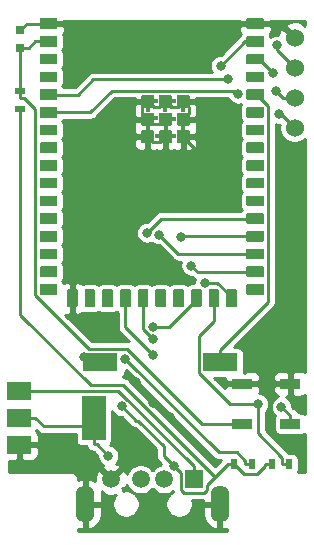
<source format=gbr>
G04 #@! TF.GenerationSoftware,KiCad,Pcbnew,(5.1.7)-1*
G04 #@! TF.CreationDate,2021-10-09T11:46:55+02:00*
G04 #@! TF.ProjectId,20210211_eduino,32303231-3032-4313-915f-656475696e6f,v1.0*
G04 #@! TF.SameCoordinates,Original*
G04 #@! TF.FileFunction,Copper,L2,Bot*
G04 #@! TF.FilePolarity,Positive*
%FSLAX46Y46*%
G04 Gerber Fmt 4.6, Leading zero omitted, Abs format (unit mm)*
G04 Created by KiCad (PCBNEW (5.1.7)-1) date 2021-10-09 11:46:55*
%MOMM*%
%LPD*%
G01*
G04 APERTURE LIST*
G04 #@! TA.AperFunction,ComponentPad*
%ADD10O,1.575000X3.150000*%
G04 #@! TD*
G04 #@! TA.AperFunction,ComponentPad*
%ADD11C,1.508000*%
G04 #@! TD*
G04 #@! TA.AperFunction,ComponentPad*
%ADD12R,1.508000X1.508000*%
G04 #@! TD*
G04 #@! TA.AperFunction,SMDPad,CuDef*
%ADD13R,0.750000X0.800000*%
G04 #@! TD*
G04 #@! TA.AperFunction,SMDPad,CuDef*
%ADD14R,0.900000X0.500000*%
G04 #@! TD*
G04 #@! TA.AperFunction,SMDPad,CuDef*
%ADD15R,1.700000X0.900000*%
G04 #@! TD*
G04 #@! TA.AperFunction,ComponentPad*
%ADD16C,0.400000*%
G04 #@! TD*
G04 #@! TA.AperFunction,SMDPad,CuDef*
%ADD17R,2.000000X1.500000*%
G04 #@! TD*
G04 #@! TA.AperFunction,SMDPad,CuDef*
%ADD18R,2.000000X3.800000*%
G04 #@! TD*
G04 #@! TA.AperFunction,SMDPad,CuDef*
%ADD19C,1.524000*%
G04 #@! TD*
G04 #@! TA.AperFunction,SMDPad,CuDef*
%ADD20R,0.500000X0.900000*%
G04 #@! TD*
G04 #@! TA.AperFunction,SMDPad,CuDef*
%ADD21R,3.000000X1.500000*%
G04 #@! TD*
G04 #@! TA.AperFunction,ViaPad*
%ADD22C,0.800000*%
G04 #@! TD*
G04 #@! TA.AperFunction,Conductor*
%ADD23C,0.250000*%
G04 #@! TD*
G04 #@! TA.AperFunction,Conductor*
%ADD24C,0.254000*%
G04 #@! TD*
G04 #@! TA.AperFunction,Conductor*
%ADD25C,0.100000*%
G04 #@! TD*
G04 APERTURE END LIST*
D10*
X145908000Y-82042000D03*
X134508000Y-82042000D03*
D11*
X136708000Y-79942000D03*
X139208000Y-79942000D03*
X141208000Y-79942000D03*
D12*
X143708000Y-79942000D03*
D13*
X129032000Y-43422000D03*
X129032000Y-41922000D03*
D14*
X129032000Y-48577500D03*
X129032000Y-47077500D03*
D15*
X151892000Y-71858400D03*
X151892000Y-75258400D03*
X147828000Y-75258400D03*
X147828000Y-71858400D03*
G04 #@! TA.AperFunction,SMDPad,CuDef*
G36*
G01*
X149660000Y-40997100D02*
X149660000Y-41754900D01*
G75*
G02*
X149588900Y-41826000I-71100J0D01*
G01*
X148231100Y-41826000D01*
G75*
G02*
X148160000Y-41754900I0J71100D01*
G01*
X148160000Y-40997100D01*
G75*
G02*
X148231100Y-40926000I71100J0D01*
G01*
X149588900Y-40926000D01*
G75*
G02*
X149660000Y-40997100I0J-71100D01*
G01*
G37*
G04 #@! TD.AperFunction*
G04 #@! TA.AperFunction,SMDPad,CuDef*
G36*
G01*
X149660000Y-42497100D02*
X149660000Y-43254900D01*
G75*
G02*
X149588900Y-43326000I-71100J0D01*
G01*
X148231100Y-43326000D01*
G75*
G02*
X148160000Y-43254900I0J71100D01*
G01*
X148160000Y-42497100D01*
G75*
G02*
X148231100Y-42426000I71100J0D01*
G01*
X149588900Y-42426000D01*
G75*
G02*
X149660000Y-42497100I0J-71100D01*
G01*
G37*
G04 #@! TD.AperFunction*
G04 #@! TA.AperFunction,SMDPad,CuDef*
G36*
G01*
X149660000Y-43997100D02*
X149660000Y-44754900D01*
G75*
G02*
X149588900Y-44826000I-71100J0D01*
G01*
X148231100Y-44826000D01*
G75*
G02*
X148160000Y-44754900I0J71100D01*
G01*
X148160000Y-43997100D01*
G75*
G02*
X148231100Y-43926000I71100J0D01*
G01*
X149588900Y-43926000D01*
G75*
G02*
X149660000Y-43997100I0J-71100D01*
G01*
G37*
G04 #@! TD.AperFunction*
G04 #@! TA.AperFunction,SMDPad,CuDef*
G36*
G01*
X149660000Y-45497100D02*
X149660000Y-46254900D01*
G75*
G02*
X149588900Y-46326000I-71100J0D01*
G01*
X148231100Y-46326000D01*
G75*
G02*
X148160000Y-46254900I0J71100D01*
G01*
X148160000Y-45497100D01*
G75*
G02*
X148231100Y-45426000I71100J0D01*
G01*
X149588900Y-45426000D01*
G75*
G02*
X149660000Y-45497100I0J-71100D01*
G01*
G37*
G04 #@! TD.AperFunction*
G04 #@! TA.AperFunction,SMDPad,CuDef*
G36*
G01*
X149660000Y-46997100D02*
X149660000Y-47754900D01*
G75*
G02*
X149588900Y-47826000I-71100J0D01*
G01*
X148231100Y-47826000D01*
G75*
G02*
X148160000Y-47754900I0J71100D01*
G01*
X148160000Y-46997100D01*
G75*
G02*
X148231100Y-46926000I71100J0D01*
G01*
X149588900Y-46926000D01*
G75*
G02*
X149660000Y-46997100I0J-71100D01*
G01*
G37*
G04 #@! TD.AperFunction*
G04 #@! TA.AperFunction,SMDPad,CuDef*
G36*
G01*
X149660000Y-48497100D02*
X149660000Y-49254900D01*
G75*
G02*
X149588900Y-49326000I-71100J0D01*
G01*
X148231100Y-49326000D01*
G75*
G02*
X148160000Y-49254900I0J71100D01*
G01*
X148160000Y-48497100D01*
G75*
G02*
X148231100Y-48426000I71100J0D01*
G01*
X149588900Y-48426000D01*
G75*
G02*
X149660000Y-48497100I0J-71100D01*
G01*
G37*
G04 #@! TD.AperFunction*
G04 #@! TA.AperFunction,SMDPad,CuDef*
G36*
G01*
X149660000Y-49997100D02*
X149660000Y-50754900D01*
G75*
G02*
X149588900Y-50826000I-71100J0D01*
G01*
X148231100Y-50826000D01*
G75*
G02*
X148160000Y-50754900I0J71100D01*
G01*
X148160000Y-49997100D01*
G75*
G02*
X148231100Y-49926000I71100J0D01*
G01*
X149588900Y-49926000D01*
G75*
G02*
X149660000Y-49997100I0J-71100D01*
G01*
G37*
G04 #@! TD.AperFunction*
G04 #@! TA.AperFunction,SMDPad,CuDef*
G36*
G01*
X149660000Y-51497100D02*
X149660000Y-52254900D01*
G75*
G02*
X149588900Y-52326000I-71100J0D01*
G01*
X148231100Y-52326000D01*
G75*
G02*
X148160000Y-52254900I0J71100D01*
G01*
X148160000Y-51497100D01*
G75*
G02*
X148231100Y-51426000I71100J0D01*
G01*
X149588900Y-51426000D01*
G75*
G02*
X149660000Y-51497100I0J-71100D01*
G01*
G37*
G04 #@! TD.AperFunction*
G04 #@! TA.AperFunction,SMDPad,CuDef*
G36*
G01*
X149660000Y-52997100D02*
X149660000Y-53754900D01*
G75*
G02*
X149588900Y-53826000I-71100J0D01*
G01*
X148231100Y-53826000D01*
G75*
G02*
X148160000Y-53754900I0J71100D01*
G01*
X148160000Y-52997100D01*
G75*
G02*
X148231100Y-52926000I71100J0D01*
G01*
X149588900Y-52926000D01*
G75*
G02*
X149660000Y-52997100I0J-71100D01*
G01*
G37*
G04 #@! TD.AperFunction*
G04 #@! TA.AperFunction,SMDPad,CuDef*
G36*
G01*
X149660000Y-54497100D02*
X149660000Y-55254900D01*
G75*
G02*
X149588900Y-55326000I-71100J0D01*
G01*
X148231100Y-55326000D01*
G75*
G02*
X148160000Y-55254900I0J71100D01*
G01*
X148160000Y-54497100D01*
G75*
G02*
X148231100Y-54426000I71100J0D01*
G01*
X149588900Y-54426000D01*
G75*
G02*
X149660000Y-54497100I0J-71100D01*
G01*
G37*
G04 #@! TD.AperFunction*
G04 #@! TA.AperFunction,SMDPad,CuDef*
G36*
G01*
X149660000Y-55997100D02*
X149660000Y-56754900D01*
G75*
G02*
X149588900Y-56826000I-71100J0D01*
G01*
X148231100Y-56826000D01*
G75*
G02*
X148160000Y-56754900I0J71100D01*
G01*
X148160000Y-55997100D01*
G75*
G02*
X148231100Y-55926000I71100J0D01*
G01*
X149588900Y-55926000D01*
G75*
G02*
X149660000Y-55997100I0J-71100D01*
G01*
G37*
G04 #@! TD.AperFunction*
G04 #@! TA.AperFunction,SMDPad,CuDef*
G36*
G01*
X149660000Y-57497100D02*
X149660000Y-58254900D01*
G75*
G02*
X149588900Y-58326000I-71100J0D01*
G01*
X148231100Y-58326000D01*
G75*
G02*
X148160000Y-58254900I0J71100D01*
G01*
X148160000Y-57497100D01*
G75*
G02*
X148231100Y-57426000I71100J0D01*
G01*
X149588900Y-57426000D01*
G75*
G02*
X149660000Y-57497100I0J-71100D01*
G01*
G37*
G04 #@! TD.AperFunction*
G04 #@! TA.AperFunction,SMDPad,CuDef*
G36*
G01*
X149660000Y-58997100D02*
X149660000Y-59754900D01*
G75*
G02*
X149588900Y-59826000I-71100J0D01*
G01*
X148231100Y-59826000D01*
G75*
G02*
X148160000Y-59754900I0J71100D01*
G01*
X148160000Y-58997100D01*
G75*
G02*
X148231100Y-58926000I71100J0D01*
G01*
X149588900Y-58926000D01*
G75*
G02*
X149660000Y-58997100I0J-71100D01*
G01*
G37*
G04 #@! TD.AperFunction*
G04 #@! TA.AperFunction,SMDPad,CuDef*
G36*
G01*
X149660000Y-60497100D02*
X149660000Y-61254900D01*
G75*
G02*
X149588900Y-61326000I-71100J0D01*
G01*
X148231100Y-61326000D01*
G75*
G02*
X148160000Y-61254900I0J71100D01*
G01*
X148160000Y-60497100D01*
G75*
G02*
X148231100Y-60426000I71100J0D01*
G01*
X149588900Y-60426000D01*
G75*
G02*
X149660000Y-60497100I0J-71100D01*
G01*
G37*
G04 #@! TD.AperFunction*
G04 #@! TA.AperFunction,SMDPad,CuDef*
G36*
G01*
X149660000Y-61997100D02*
X149660000Y-62754900D01*
G75*
G02*
X149588900Y-62826000I-71100J0D01*
G01*
X148231100Y-62826000D01*
G75*
G02*
X148160000Y-62754900I0J71100D01*
G01*
X148160000Y-61997100D01*
G75*
G02*
X148231100Y-61926000I71100J0D01*
G01*
X149588900Y-61926000D01*
G75*
G02*
X149660000Y-61997100I0J-71100D01*
G01*
G37*
G04 #@! TD.AperFunction*
G04 #@! TA.AperFunction,SMDPad,CuDef*
G36*
G01*
X149660000Y-63497100D02*
X149660000Y-64254900D01*
G75*
G02*
X149588900Y-64326000I-71100J0D01*
G01*
X148231100Y-64326000D01*
G75*
G02*
X148160000Y-64254900I0J71100D01*
G01*
X148160000Y-63497100D01*
G75*
G02*
X148231100Y-63426000I71100J0D01*
G01*
X149588900Y-63426000D01*
G75*
G02*
X149660000Y-63497100I0J-71100D01*
G01*
G37*
G04 #@! TD.AperFunction*
G04 #@! TA.AperFunction,SMDPad,CuDef*
G36*
G01*
X147288900Y-65376000D02*
X146531100Y-65376000D01*
G75*
G02*
X146460000Y-65304900I0J71100D01*
G01*
X146460000Y-63947100D01*
G75*
G02*
X146531100Y-63876000I71100J0D01*
G01*
X147288900Y-63876000D01*
G75*
G02*
X147360000Y-63947100I0J-71100D01*
G01*
X147360000Y-65304900D01*
G75*
G02*
X147288900Y-65376000I-71100J0D01*
G01*
G37*
G04 #@! TD.AperFunction*
G04 #@! TA.AperFunction,SMDPad,CuDef*
G36*
G01*
X145788900Y-65376000D02*
X145031100Y-65376000D01*
G75*
G02*
X144960000Y-65304900I0J71100D01*
G01*
X144960000Y-63947100D01*
G75*
G02*
X145031100Y-63876000I71100J0D01*
G01*
X145788900Y-63876000D01*
G75*
G02*
X145860000Y-63947100I0J-71100D01*
G01*
X145860000Y-65304900D01*
G75*
G02*
X145788900Y-65376000I-71100J0D01*
G01*
G37*
G04 #@! TD.AperFunction*
G04 #@! TA.AperFunction,SMDPad,CuDef*
G36*
G01*
X144288900Y-65376000D02*
X143531100Y-65376000D01*
G75*
G02*
X143460000Y-65304900I0J71100D01*
G01*
X143460000Y-63947100D01*
G75*
G02*
X143531100Y-63876000I71100J0D01*
G01*
X144288900Y-63876000D01*
G75*
G02*
X144360000Y-63947100I0J-71100D01*
G01*
X144360000Y-65304900D01*
G75*
G02*
X144288900Y-65376000I-71100J0D01*
G01*
G37*
G04 #@! TD.AperFunction*
G04 #@! TA.AperFunction,SMDPad,CuDef*
G36*
G01*
X142788900Y-65376000D02*
X142031100Y-65376000D01*
G75*
G02*
X141960000Y-65304900I0J71100D01*
G01*
X141960000Y-63947100D01*
G75*
G02*
X142031100Y-63876000I71100J0D01*
G01*
X142788900Y-63876000D01*
G75*
G02*
X142860000Y-63947100I0J-71100D01*
G01*
X142860000Y-65304900D01*
G75*
G02*
X142788900Y-65376000I-71100J0D01*
G01*
G37*
G04 #@! TD.AperFunction*
G04 #@! TA.AperFunction,SMDPad,CuDef*
G36*
G01*
X141288900Y-65376000D02*
X140531100Y-65376000D01*
G75*
G02*
X140460000Y-65304900I0J71100D01*
G01*
X140460000Y-63947100D01*
G75*
G02*
X140531100Y-63876000I71100J0D01*
G01*
X141288900Y-63876000D01*
G75*
G02*
X141360000Y-63947100I0J-71100D01*
G01*
X141360000Y-65304900D01*
G75*
G02*
X141288900Y-65376000I-71100J0D01*
G01*
G37*
G04 #@! TD.AperFunction*
G04 #@! TA.AperFunction,SMDPad,CuDef*
G36*
G01*
X139788900Y-65376000D02*
X139031100Y-65376000D01*
G75*
G02*
X138960000Y-65304900I0J71100D01*
G01*
X138960000Y-63947100D01*
G75*
G02*
X139031100Y-63876000I71100J0D01*
G01*
X139788900Y-63876000D01*
G75*
G02*
X139860000Y-63947100I0J-71100D01*
G01*
X139860000Y-65304900D01*
G75*
G02*
X139788900Y-65376000I-71100J0D01*
G01*
G37*
G04 #@! TD.AperFunction*
G04 #@! TA.AperFunction,SMDPad,CuDef*
G36*
G01*
X138288900Y-65376000D02*
X137531100Y-65376000D01*
G75*
G02*
X137460000Y-65304900I0J71100D01*
G01*
X137460000Y-63947100D01*
G75*
G02*
X137531100Y-63876000I71100J0D01*
G01*
X138288900Y-63876000D01*
G75*
G02*
X138360000Y-63947100I0J-71100D01*
G01*
X138360000Y-65304900D01*
G75*
G02*
X138288900Y-65376000I-71100J0D01*
G01*
G37*
G04 #@! TD.AperFunction*
G04 #@! TA.AperFunction,SMDPad,CuDef*
G36*
G01*
X136788900Y-65376000D02*
X136031100Y-65376000D01*
G75*
G02*
X135960000Y-65304900I0J71100D01*
G01*
X135960000Y-63947100D01*
G75*
G02*
X136031100Y-63876000I71100J0D01*
G01*
X136788900Y-63876000D01*
G75*
G02*
X136860000Y-63947100I0J-71100D01*
G01*
X136860000Y-65304900D01*
G75*
G02*
X136788900Y-65376000I-71100J0D01*
G01*
G37*
G04 #@! TD.AperFunction*
G04 #@! TA.AperFunction,SMDPad,CuDef*
G36*
G01*
X135288900Y-65376000D02*
X134531100Y-65376000D01*
G75*
G02*
X134460000Y-65304900I0J71100D01*
G01*
X134460000Y-63947100D01*
G75*
G02*
X134531100Y-63876000I71100J0D01*
G01*
X135288900Y-63876000D01*
G75*
G02*
X135360000Y-63947100I0J-71100D01*
G01*
X135360000Y-65304900D01*
G75*
G02*
X135288900Y-65376000I-71100J0D01*
G01*
G37*
G04 #@! TD.AperFunction*
G04 #@! TA.AperFunction,SMDPad,CuDef*
G36*
G01*
X133788900Y-65376000D02*
X133031100Y-65376000D01*
G75*
G02*
X132960000Y-65304900I0J71100D01*
G01*
X132960000Y-63947100D01*
G75*
G02*
X133031100Y-63876000I71100J0D01*
G01*
X133788900Y-63876000D01*
G75*
G02*
X133860000Y-63947100I0J-71100D01*
G01*
X133860000Y-65304900D01*
G75*
G02*
X133788900Y-65376000I-71100J0D01*
G01*
G37*
G04 #@! TD.AperFunction*
G04 #@! TA.AperFunction,SMDPad,CuDef*
G36*
G01*
X130660000Y-64254900D02*
X130660000Y-63497100D01*
G75*
G02*
X130731100Y-63426000I71100J0D01*
G01*
X132088900Y-63426000D01*
G75*
G02*
X132160000Y-63497100I0J-71100D01*
G01*
X132160000Y-64254900D01*
G75*
G02*
X132088900Y-64326000I-71100J0D01*
G01*
X130731100Y-64326000D01*
G75*
G02*
X130660000Y-64254900I0J71100D01*
G01*
G37*
G04 #@! TD.AperFunction*
G04 #@! TA.AperFunction,SMDPad,CuDef*
G36*
G01*
X130660000Y-62754900D02*
X130660000Y-61997100D01*
G75*
G02*
X130731100Y-61926000I71100J0D01*
G01*
X132088900Y-61926000D01*
G75*
G02*
X132160000Y-61997100I0J-71100D01*
G01*
X132160000Y-62754900D01*
G75*
G02*
X132088900Y-62826000I-71100J0D01*
G01*
X130731100Y-62826000D01*
G75*
G02*
X130660000Y-62754900I0J71100D01*
G01*
G37*
G04 #@! TD.AperFunction*
G04 #@! TA.AperFunction,SMDPad,CuDef*
G36*
G01*
X130660000Y-61254900D02*
X130660000Y-60497100D01*
G75*
G02*
X130731100Y-60426000I71100J0D01*
G01*
X132088900Y-60426000D01*
G75*
G02*
X132160000Y-60497100I0J-71100D01*
G01*
X132160000Y-61254900D01*
G75*
G02*
X132088900Y-61326000I-71100J0D01*
G01*
X130731100Y-61326000D01*
G75*
G02*
X130660000Y-61254900I0J71100D01*
G01*
G37*
G04 #@! TD.AperFunction*
G04 #@! TA.AperFunction,SMDPad,CuDef*
G36*
G01*
X130660000Y-59754900D02*
X130660000Y-58997100D01*
G75*
G02*
X130731100Y-58926000I71100J0D01*
G01*
X132088900Y-58926000D01*
G75*
G02*
X132160000Y-58997100I0J-71100D01*
G01*
X132160000Y-59754900D01*
G75*
G02*
X132088900Y-59826000I-71100J0D01*
G01*
X130731100Y-59826000D01*
G75*
G02*
X130660000Y-59754900I0J71100D01*
G01*
G37*
G04 #@! TD.AperFunction*
G04 #@! TA.AperFunction,SMDPad,CuDef*
G36*
G01*
X130660000Y-58254900D02*
X130660000Y-57497100D01*
G75*
G02*
X130731100Y-57426000I71100J0D01*
G01*
X132088900Y-57426000D01*
G75*
G02*
X132160000Y-57497100I0J-71100D01*
G01*
X132160000Y-58254900D01*
G75*
G02*
X132088900Y-58326000I-71100J0D01*
G01*
X130731100Y-58326000D01*
G75*
G02*
X130660000Y-58254900I0J71100D01*
G01*
G37*
G04 #@! TD.AperFunction*
G04 #@! TA.AperFunction,SMDPad,CuDef*
G36*
G01*
X130660000Y-56754900D02*
X130660000Y-55997100D01*
G75*
G02*
X130731100Y-55926000I71100J0D01*
G01*
X132088900Y-55926000D01*
G75*
G02*
X132160000Y-55997100I0J-71100D01*
G01*
X132160000Y-56754900D01*
G75*
G02*
X132088900Y-56826000I-71100J0D01*
G01*
X130731100Y-56826000D01*
G75*
G02*
X130660000Y-56754900I0J71100D01*
G01*
G37*
G04 #@! TD.AperFunction*
G04 #@! TA.AperFunction,SMDPad,CuDef*
G36*
G01*
X130660000Y-55254900D02*
X130660000Y-54497100D01*
G75*
G02*
X130731100Y-54426000I71100J0D01*
G01*
X132088900Y-54426000D01*
G75*
G02*
X132160000Y-54497100I0J-71100D01*
G01*
X132160000Y-55254900D01*
G75*
G02*
X132088900Y-55326000I-71100J0D01*
G01*
X130731100Y-55326000D01*
G75*
G02*
X130660000Y-55254900I0J71100D01*
G01*
G37*
G04 #@! TD.AperFunction*
G04 #@! TA.AperFunction,SMDPad,CuDef*
G36*
G01*
X130660000Y-53754900D02*
X130660000Y-52997100D01*
G75*
G02*
X130731100Y-52926000I71100J0D01*
G01*
X132088900Y-52926000D01*
G75*
G02*
X132160000Y-52997100I0J-71100D01*
G01*
X132160000Y-53754900D01*
G75*
G02*
X132088900Y-53826000I-71100J0D01*
G01*
X130731100Y-53826000D01*
G75*
G02*
X130660000Y-53754900I0J71100D01*
G01*
G37*
G04 #@! TD.AperFunction*
G04 #@! TA.AperFunction,SMDPad,CuDef*
G36*
G01*
X130660000Y-52254900D02*
X130660000Y-51497100D01*
G75*
G02*
X130731100Y-51426000I71100J0D01*
G01*
X132088900Y-51426000D01*
G75*
G02*
X132160000Y-51497100I0J-71100D01*
G01*
X132160000Y-52254900D01*
G75*
G02*
X132088900Y-52326000I-71100J0D01*
G01*
X130731100Y-52326000D01*
G75*
G02*
X130660000Y-52254900I0J71100D01*
G01*
G37*
G04 #@! TD.AperFunction*
G04 #@! TA.AperFunction,SMDPad,CuDef*
G36*
G01*
X130660000Y-50754900D02*
X130660000Y-49997100D01*
G75*
G02*
X130731100Y-49926000I71100J0D01*
G01*
X132088900Y-49926000D01*
G75*
G02*
X132160000Y-49997100I0J-71100D01*
G01*
X132160000Y-50754900D01*
G75*
G02*
X132088900Y-50826000I-71100J0D01*
G01*
X130731100Y-50826000D01*
G75*
G02*
X130660000Y-50754900I0J71100D01*
G01*
G37*
G04 #@! TD.AperFunction*
G04 #@! TA.AperFunction,SMDPad,CuDef*
G36*
G01*
X130660000Y-49254900D02*
X130660000Y-48497100D01*
G75*
G02*
X130731100Y-48426000I71100J0D01*
G01*
X132088900Y-48426000D01*
G75*
G02*
X132160000Y-48497100I0J-71100D01*
G01*
X132160000Y-49254900D01*
G75*
G02*
X132088900Y-49326000I-71100J0D01*
G01*
X130731100Y-49326000D01*
G75*
G02*
X130660000Y-49254900I0J71100D01*
G01*
G37*
G04 #@! TD.AperFunction*
G04 #@! TA.AperFunction,SMDPad,CuDef*
G36*
G01*
X130660000Y-47754900D02*
X130660000Y-46997100D01*
G75*
G02*
X130731100Y-46926000I71100J0D01*
G01*
X132088900Y-46926000D01*
G75*
G02*
X132160000Y-46997100I0J-71100D01*
G01*
X132160000Y-47754900D01*
G75*
G02*
X132088900Y-47826000I-71100J0D01*
G01*
X130731100Y-47826000D01*
G75*
G02*
X130660000Y-47754900I0J71100D01*
G01*
G37*
G04 #@! TD.AperFunction*
G04 #@! TA.AperFunction,SMDPad,CuDef*
G36*
G01*
X130660000Y-46254900D02*
X130660000Y-45497100D01*
G75*
G02*
X130731100Y-45426000I71100J0D01*
G01*
X132088900Y-45426000D01*
G75*
G02*
X132160000Y-45497100I0J-71100D01*
G01*
X132160000Y-46254900D01*
G75*
G02*
X132088900Y-46326000I-71100J0D01*
G01*
X130731100Y-46326000D01*
G75*
G02*
X130660000Y-46254900I0J71100D01*
G01*
G37*
G04 #@! TD.AperFunction*
G04 #@! TA.AperFunction,SMDPad,CuDef*
G36*
G01*
X130660000Y-44754900D02*
X130660000Y-43997100D01*
G75*
G02*
X130731100Y-43926000I71100J0D01*
G01*
X132088900Y-43926000D01*
G75*
G02*
X132160000Y-43997100I0J-71100D01*
G01*
X132160000Y-44754900D01*
G75*
G02*
X132088900Y-44826000I-71100J0D01*
G01*
X130731100Y-44826000D01*
G75*
G02*
X130660000Y-44754900I0J71100D01*
G01*
G37*
G04 #@! TD.AperFunction*
G04 #@! TA.AperFunction,SMDPad,CuDef*
G36*
G01*
X130660000Y-43254900D02*
X130660000Y-42497100D01*
G75*
G02*
X130731100Y-42426000I71100J0D01*
G01*
X132088900Y-42426000D01*
G75*
G02*
X132160000Y-42497100I0J-71100D01*
G01*
X132160000Y-43254900D01*
G75*
G02*
X132088900Y-43326000I-71100J0D01*
G01*
X130731100Y-43326000D01*
G75*
G02*
X130660000Y-43254900I0J71100D01*
G01*
G37*
G04 #@! TD.AperFunction*
G04 #@! TA.AperFunction,SMDPad,CuDef*
G36*
G01*
X130660000Y-41754900D02*
X130660000Y-40997100D01*
G75*
G02*
X130731100Y-40926000I71100J0D01*
G01*
X132088900Y-40926000D01*
G75*
G02*
X132160000Y-40997100I0J-71100D01*
G01*
X132160000Y-41754900D01*
G75*
G02*
X132088900Y-41826000I-71100J0D01*
G01*
X130731100Y-41826000D01*
G75*
G02*
X130660000Y-41754900I0J71100D01*
G01*
G37*
G04 #@! TD.AperFunction*
G04 #@! TA.AperFunction,SMDPad,CuDef*
G36*
G01*
X142250000Y-48414100D02*
X142250000Y-47487900D01*
G75*
G02*
X142336900Y-47401000I86900J0D01*
G01*
X143263100Y-47401000D01*
G75*
G02*
X143350000Y-47487900I0J-86900D01*
G01*
X143350000Y-48414100D01*
G75*
G02*
X143263100Y-48501000I-86900J0D01*
G01*
X142336900Y-48501000D01*
G75*
G02*
X142250000Y-48414100I0J86900D01*
G01*
G37*
G04 #@! TD.AperFunction*
G04 #@! TA.AperFunction,SMDPad,CuDef*
G36*
G01*
X140750000Y-48414100D02*
X140750000Y-47487900D01*
G75*
G02*
X140836900Y-47401000I86900J0D01*
G01*
X141763100Y-47401000D01*
G75*
G02*
X141850000Y-47487900I0J-86900D01*
G01*
X141850000Y-48414100D01*
G75*
G02*
X141763100Y-48501000I-86900J0D01*
G01*
X140836900Y-48501000D01*
G75*
G02*
X140750000Y-48414100I0J86900D01*
G01*
G37*
G04 #@! TD.AperFunction*
G04 #@! TA.AperFunction,SMDPad,CuDef*
G36*
G01*
X139250000Y-48414100D02*
X139250000Y-47487900D01*
G75*
G02*
X139336900Y-47401000I86900J0D01*
G01*
X140263100Y-47401000D01*
G75*
G02*
X140350000Y-47487900I0J-86900D01*
G01*
X140350000Y-48414100D01*
G75*
G02*
X140263100Y-48501000I-86900J0D01*
G01*
X139336900Y-48501000D01*
G75*
G02*
X139250000Y-48414100I0J86900D01*
G01*
G37*
G04 #@! TD.AperFunction*
G04 #@! TA.AperFunction,SMDPad,CuDef*
G36*
G01*
X142250000Y-49914100D02*
X142250000Y-48987900D01*
G75*
G02*
X142336900Y-48901000I86900J0D01*
G01*
X143263100Y-48901000D01*
G75*
G02*
X143350000Y-48987900I0J-86900D01*
G01*
X143350000Y-49914100D01*
G75*
G02*
X143263100Y-50001000I-86900J0D01*
G01*
X142336900Y-50001000D01*
G75*
G02*
X142250000Y-49914100I0J86900D01*
G01*
G37*
G04 #@! TD.AperFunction*
G04 #@! TA.AperFunction,SMDPad,CuDef*
G36*
G01*
X140750000Y-49914100D02*
X140750000Y-48987900D01*
G75*
G02*
X140836900Y-48901000I86900J0D01*
G01*
X141763100Y-48901000D01*
G75*
G02*
X141850000Y-48987900I0J-86900D01*
G01*
X141850000Y-49914100D01*
G75*
G02*
X141763100Y-50001000I-86900J0D01*
G01*
X140836900Y-50001000D01*
G75*
G02*
X140750000Y-49914100I0J86900D01*
G01*
G37*
G04 #@! TD.AperFunction*
G04 #@! TA.AperFunction,SMDPad,CuDef*
G36*
G01*
X139250000Y-49914100D02*
X139250000Y-48987900D01*
G75*
G02*
X139336900Y-48901000I86900J0D01*
G01*
X140263100Y-48901000D01*
G75*
G02*
X140350000Y-48987900I0J-86900D01*
G01*
X140350000Y-49914100D01*
G75*
G02*
X140263100Y-50001000I-86900J0D01*
G01*
X139336900Y-50001000D01*
G75*
G02*
X139250000Y-49914100I0J86900D01*
G01*
G37*
G04 #@! TD.AperFunction*
G04 #@! TA.AperFunction,SMDPad,CuDef*
G36*
G01*
X142250000Y-51414100D02*
X142250000Y-50487900D01*
G75*
G02*
X142336900Y-50401000I86900J0D01*
G01*
X143263100Y-50401000D01*
G75*
G02*
X143350000Y-50487900I0J-86900D01*
G01*
X143350000Y-51414100D01*
G75*
G02*
X143263100Y-51501000I-86900J0D01*
G01*
X142336900Y-51501000D01*
G75*
G02*
X142250000Y-51414100I0J86900D01*
G01*
G37*
G04 #@! TD.AperFunction*
G04 #@! TA.AperFunction,SMDPad,CuDef*
G36*
G01*
X140750000Y-51414100D02*
X140750000Y-50487900D01*
G75*
G02*
X140836900Y-50401000I86900J0D01*
G01*
X141763100Y-50401000D01*
G75*
G02*
X141850000Y-50487900I0J-86900D01*
G01*
X141850000Y-51414100D01*
G75*
G02*
X141763100Y-51501000I-86900J0D01*
G01*
X140836900Y-51501000D01*
G75*
G02*
X140750000Y-51414100I0J86900D01*
G01*
G37*
G04 #@! TD.AperFunction*
G04 #@! TA.AperFunction,SMDPad,CuDef*
G36*
G01*
X139250000Y-51414100D02*
X139250000Y-50487900D01*
G75*
G02*
X139336900Y-50401000I86900J0D01*
G01*
X140263100Y-50401000D01*
G75*
G02*
X140350000Y-50487900I0J-86900D01*
G01*
X140350000Y-51414100D01*
G75*
G02*
X140263100Y-51501000I-86900J0D01*
G01*
X139336900Y-51501000D01*
G75*
G02*
X139250000Y-51414100I0J86900D01*
G01*
G37*
G04 #@! TD.AperFunction*
D16*
X142810000Y-48709600D03*
X142048000Y-47896800D03*
X140524000Y-47896800D03*
X139812800Y-48709600D03*
X139812800Y-50182800D03*
X140574800Y-50894000D03*
X142048000Y-50894000D03*
X142810000Y-50182800D03*
X142048000Y-49420800D03*
X140524000Y-49370000D03*
X141286000Y-48709600D03*
X141336800Y-50182800D03*
D17*
X128930000Y-77039500D03*
X128930000Y-72439500D03*
X128930000Y-74739500D03*
D18*
X135230000Y-74739500D03*
D19*
X152248000Y-50190400D03*
X152248000Y-47650400D03*
X152248000Y-45110400D03*
X152248000Y-42570400D03*
D20*
X148641000Y-78689200D03*
X147141000Y-78689200D03*
X150290000Y-78689200D03*
X151790000Y-78689200D03*
D21*
X135788000Y-70053200D03*
X145948000Y-70053200D03*
D22*
X134416800Y-69596000D03*
X150745000Y-43217900D03*
X152806400Y-74117200D03*
X139700000Y-77212500D03*
X138800002Y-71699188D03*
X140282803Y-73483597D03*
X141655800Y-74710002D03*
X145948400Y-54076600D03*
X142846984Y-50981947D03*
X143789400Y-53238400D03*
X144830800Y-44221400D03*
X134848600Y-51816000D03*
X134848600Y-52781200D03*
X134874000Y-53797200D03*
X134874000Y-54914800D03*
X142051400Y-78846600D03*
X136475300Y-77937500D03*
X145987300Y-44915200D03*
X137589997Y-73770003D03*
X140273200Y-69436400D03*
X140258100Y-68090300D03*
X151128600Y-73803500D03*
X150411600Y-45584800D03*
X139744500Y-59078000D03*
X142619200Y-59414500D03*
X140755600Y-59223300D03*
X143505800Y-61853500D03*
X144664600Y-63290800D03*
X146630100Y-46073500D03*
X150926100Y-49022900D03*
X147457400Y-47287600D03*
X150638600Y-47041800D03*
X137897400Y-69751800D03*
X140273900Y-67035500D03*
X149150500Y-73569500D03*
D23*
X152248000Y-45110400D02*
X150745100Y-43607500D01*
X150745100Y-43607500D02*
X150745100Y-43217900D01*
X150745100Y-43217900D02*
X150745000Y-43217900D01*
X143708000Y-79942000D02*
X143708000Y-78862700D01*
X143708000Y-78862700D02*
X137284800Y-72439500D01*
X137284800Y-72439500D02*
X128930000Y-72439500D01*
X139700000Y-77212500D02*
X137922000Y-78990500D01*
X137659500Y-78990500D02*
X136708000Y-79942000D01*
X137922000Y-78990500D02*
X137659500Y-78990500D01*
X138800002Y-72000796D02*
X140282803Y-73483597D01*
X138800002Y-71699188D02*
X138800002Y-72000796D01*
X140429395Y-73483597D02*
X141655800Y-74710002D01*
X140282803Y-73483597D02*
X140429395Y-73483597D01*
X142822800Y-50951000D02*
X142800000Y-50951000D01*
X145948400Y-54076600D02*
X142822800Y-50951000D01*
X144627600Y-54076600D02*
X145948400Y-54076600D01*
X143789400Y-53238400D02*
X144627600Y-54076600D01*
X142329199Y-48421801D02*
X142800000Y-47951000D01*
X141770801Y-48421801D02*
X142329199Y-48421801D01*
X141300000Y-47951000D02*
X141770801Y-48421801D01*
X143335001Y-48457599D02*
X143335001Y-48961601D01*
X142284999Y-48457599D02*
X142557999Y-48184599D01*
X142557999Y-48184599D02*
X143062001Y-48184599D01*
X141846799Y-48457599D02*
X142284999Y-48457599D01*
X141033999Y-48184599D02*
X141573799Y-48184599D01*
X140760999Y-48457599D02*
X141033999Y-48184599D01*
X140337801Y-48457599D02*
X140760999Y-48457599D01*
X140064801Y-48184599D02*
X140337801Y-48457599D01*
X139560799Y-48184599D02*
X140064801Y-48184599D01*
X139287799Y-48457599D02*
X139560799Y-48184599D01*
X141573799Y-48184599D02*
X141846799Y-48457599D01*
X139287799Y-48961601D02*
X139287799Y-48457599D01*
X143335001Y-48961601D02*
X142845602Y-49451000D01*
X139560799Y-49234601D02*
X139287799Y-48961601D01*
X139611599Y-49234601D02*
X139560799Y-49234601D01*
X142845602Y-49451000D02*
X142800000Y-49451000D01*
X143062001Y-48184599D02*
X143335001Y-48457599D01*
X140271999Y-49895001D02*
X139611599Y-49234601D01*
X140776001Y-49895001D02*
X140271999Y-49895001D01*
X141300000Y-49371002D02*
X140776001Y-49895001D01*
X141300000Y-49451000D02*
X141300000Y-49371002D01*
X140831999Y-51419001D02*
X141300000Y-50951000D01*
X140268001Y-51419001D02*
X140831999Y-51419001D01*
X139800000Y-50951000D02*
X140268001Y-51419001D01*
X148910000Y-41376000D02*
X146990400Y-41376000D01*
X144830800Y-43535600D02*
X144830800Y-44221400D01*
X146990400Y-41376000D02*
X144830800Y-43535600D01*
X129578000Y-41376000D02*
X129032000Y-41922000D01*
X131410000Y-41376000D02*
X129578000Y-41376000D01*
X128930000Y-74739500D02*
X130255300Y-74739500D01*
X135230000Y-75464400D02*
X130980200Y-75464400D01*
X130980200Y-75464400D02*
X130255300Y-74739500D01*
X135230000Y-75464400D02*
X135230000Y-76964800D01*
X135230000Y-74739500D02*
X135230000Y-75464400D01*
X136475300Y-77937500D02*
X135502600Y-76964800D01*
X135502600Y-76964800D02*
X135230000Y-76964800D01*
X142051400Y-78846600D02*
X141142300Y-77937500D01*
X150290000Y-78689200D02*
X149714700Y-78689200D01*
X149714700Y-78689200D02*
X149714700Y-78833000D01*
X149714700Y-78833000D02*
X149083100Y-79464600D01*
X149083100Y-79464600D02*
X147916400Y-79464600D01*
X147916400Y-79464600D02*
X147141000Y-78689200D01*
X145514400Y-79740500D02*
X144795100Y-80459800D01*
X144795100Y-80459800D02*
X144795100Y-80881000D01*
X144795100Y-80881000D02*
X144607700Y-81068400D01*
X144607700Y-81068400D02*
X142857100Y-81068400D01*
X142857100Y-81068400D02*
X142617300Y-80828600D01*
X142617300Y-80828600D02*
X142617300Y-79412500D01*
X142617300Y-79412500D02*
X142051400Y-78846600D01*
X146853400Y-78689200D02*
X146565700Y-78689200D01*
X146565700Y-78689200D02*
X145514400Y-79740500D01*
X145514400Y-79740500D02*
X137720700Y-71946800D01*
X137720700Y-71946800D02*
X134964300Y-71946800D01*
X134964300Y-71946800D02*
X129032000Y-66014500D01*
X129032000Y-66014500D02*
X129032000Y-48577500D01*
X147141000Y-78689200D02*
X146853400Y-78689200D01*
X145987300Y-44915200D02*
X148026500Y-42876000D01*
X148026500Y-42876000D02*
X148910000Y-42876000D01*
X141142300Y-77937500D02*
X141142300Y-77108900D01*
X141142300Y-77108900D02*
X139014200Y-74980800D01*
X138800794Y-74980800D02*
X137589997Y-73770003D01*
X139014200Y-74980800D02*
X138800794Y-74980800D01*
X147828000Y-75258400D02*
X144429800Y-75258400D01*
X144429800Y-75258400D02*
X138087500Y-68916100D01*
X138087500Y-68916100D02*
X134828900Y-68916100D01*
X134828900Y-68916100D02*
X130284100Y-64371300D01*
X130284100Y-64371300D02*
X130284100Y-48617300D01*
X130284100Y-48617300D02*
X129319600Y-47652800D01*
X129319600Y-47652800D02*
X129032000Y-47652800D01*
X129032000Y-47077500D02*
X129032000Y-47652800D01*
X129032000Y-43422000D02*
X129032000Y-47077500D01*
X129732300Y-43422000D02*
X130278300Y-42876000D01*
X130278300Y-42876000D02*
X131410000Y-42876000D01*
X129032000Y-43422000D02*
X129732300Y-43422000D01*
X137910000Y-64626000D02*
X137910000Y-67073200D01*
X137910000Y-67073200D02*
X140273200Y-69436400D01*
X139410000Y-64626000D02*
X139410000Y-67242200D01*
X139410000Y-67242200D02*
X140258100Y-68090300D01*
X151892000Y-75258400D02*
X151892000Y-74483100D01*
X151128600Y-73803500D02*
X151808200Y-74483100D01*
X151808200Y-74483100D02*
X151892000Y-74483100D01*
X148910000Y-44376000D02*
X149202800Y-44376000D01*
X149202800Y-44376000D02*
X150411600Y-45584800D01*
X148910000Y-57876000D02*
X140946500Y-57876000D01*
X140946500Y-57876000D02*
X139744500Y-59078000D01*
X148910000Y-59376000D02*
X142657700Y-59376000D01*
X142657700Y-59376000D02*
X142619200Y-59414500D01*
X148910000Y-60876000D02*
X142408300Y-60876000D01*
X142408300Y-60876000D02*
X140755600Y-59223300D01*
X148910000Y-62376000D02*
X144028300Y-62376000D01*
X144028300Y-62376000D02*
X143505800Y-61853500D01*
X146910000Y-64626000D02*
X146910000Y-64499900D01*
X146910000Y-64499900D02*
X145700900Y-63290800D01*
X145700900Y-63290800D02*
X144664600Y-63290800D01*
X146630100Y-46073500D02*
X135188800Y-46073500D01*
X135188800Y-46073500D02*
X133886300Y-47376000D01*
X133886300Y-47376000D02*
X131410000Y-47376000D01*
X152248000Y-50190400D02*
X151080500Y-49022900D01*
X151080500Y-49022900D02*
X150926100Y-49022900D01*
X147457400Y-47287600D02*
X147213400Y-47043600D01*
X147213400Y-47043600D02*
X136762700Y-47043600D01*
X136762700Y-47043600D02*
X134930300Y-48876000D01*
X134930300Y-48876000D02*
X131410000Y-48876000D01*
X152248000Y-47650400D02*
X151247200Y-47650400D01*
X151247200Y-47650400D02*
X150638600Y-47041800D01*
X148641000Y-78689200D02*
X148065700Y-78689200D01*
X137897400Y-69751800D02*
X145822100Y-77676500D01*
X145822100Y-77676500D02*
X147340600Y-77676500D01*
X147340600Y-77676500D02*
X148065700Y-78401600D01*
X148065700Y-78401600D02*
X148065700Y-78689200D01*
X143910000Y-64626000D02*
X143910000Y-64748800D01*
X143910000Y-64748800D02*
X141623300Y-67035500D01*
X141623300Y-67035500D02*
X140273900Y-67035500D01*
X149150500Y-73569500D02*
X146754200Y-73569500D01*
X146754200Y-73569500D02*
X144122600Y-70937900D01*
X144122600Y-70937900D02*
X144122600Y-67852400D01*
X144122600Y-67852400D02*
X145410000Y-66565000D01*
X145410000Y-66565000D02*
X145410000Y-64626000D01*
X149150500Y-73569500D02*
X149150500Y-76049700D01*
X149150500Y-76049700D02*
X151214700Y-78113900D01*
X151214700Y-78113900D02*
X151214700Y-78689200D01*
X151790000Y-78689200D02*
X151214700Y-78689200D01*
X145948000Y-70053200D02*
X145948000Y-68977900D01*
X145948000Y-68977900D02*
X149986200Y-64939700D01*
X149986200Y-64939700D02*
X149986200Y-48312800D01*
X149986200Y-48312800D02*
X149049400Y-47376000D01*
X149049400Y-47376000D02*
X148910000Y-47376000D01*
D24*
X136768501Y-74209102D02*
X136869949Y-74360931D01*
X136999069Y-74490051D01*
X137150898Y-74591499D01*
X137319601Y-74661379D01*
X137498696Y-74697003D01*
X137594931Y-74697003D01*
X138317114Y-75419187D01*
X138337530Y-75444064D01*
X138436810Y-75525541D01*
X138550077Y-75586083D01*
X138600541Y-75601391D01*
X138672979Y-75623365D01*
X138741442Y-75630108D01*
X140490300Y-77378967D01*
X140490300Y-77905478D01*
X140487146Y-77937500D01*
X140499735Y-78065314D01*
X140528511Y-78160176D01*
X140537017Y-78188216D01*
X140597559Y-78301483D01*
X140679036Y-78400764D01*
X140703918Y-78421185D01*
X140966646Y-78683912D01*
X140834346Y-78710228D01*
X140601219Y-78806793D01*
X140391410Y-78946982D01*
X140212982Y-79125410D01*
X140208000Y-79132866D01*
X140203018Y-79125410D01*
X140024590Y-78946982D01*
X139814781Y-78806793D01*
X139581654Y-78710228D01*
X139334167Y-78661000D01*
X139081833Y-78661000D01*
X138834346Y-78710228D01*
X138601219Y-78806793D01*
X138391410Y-78946982D01*
X138212982Y-79125410D01*
X138072793Y-79335219D01*
X138015564Y-79473380D01*
X137968063Y-79341771D01*
X137907127Y-79227765D01*
X137667851Y-79161754D01*
X136887605Y-79942000D01*
X136901748Y-79956143D01*
X136722143Y-80135748D01*
X136708000Y-80121605D01*
X136693858Y-80135748D01*
X136514253Y-79956143D01*
X136528395Y-79942000D01*
X135748149Y-79161754D01*
X135508873Y-79227765D01*
X135392574Y-79475426D01*
X135326826Y-79741018D01*
X135314155Y-80014334D01*
X135325885Y-80091937D01*
X135192702Y-80001177D01*
X134935034Y-79891681D01*
X134855076Y-79874992D01*
X134635000Y-79997148D01*
X134635000Y-81915000D01*
X135930500Y-81915000D01*
X135930500Y-81127500D01*
X135894125Y-80935483D01*
X135927755Y-80901853D01*
X135993765Y-81141127D01*
X136241426Y-81257426D01*
X136507018Y-81323174D01*
X136780334Y-81335845D01*
X137050870Y-81294951D01*
X137089997Y-81280829D01*
X137063183Y-81307643D01*
X136937111Y-81496323D01*
X136850271Y-81705974D01*
X136806000Y-81928538D01*
X136806000Y-82155462D01*
X136850271Y-82378026D01*
X136937111Y-82587677D01*
X137063183Y-82776357D01*
X137223643Y-82936817D01*
X137412323Y-83062889D01*
X137621974Y-83149729D01*
X137844538Y-83194000D01*
X138071462Y-83194000D01*
X138294026Y-83149729D01*
X138503677Y-83062889D01*
X138692357Y-82936817D01*
X138852817Y-82776357D01*
X138978889Y-82587677D01*
X139065729Y-82378026D01*
X139110000Y-82155462D01*
X139110000Y-81928538D01*
X139065729Y-81705974D01*
X138978889Y-81496323D01*
X138852817Y-81307643D01*
X138692357Y-81147183D01*
X138503677Y-81021111D01*
X138294026Y-80934271D01*
X138071462Y-80890000D01*
X137844538Y-80890000D01*
X137705277Y-80917701D01*
X137784293Y-80838685D01*
X137667853Y-80722245D01*
X137907127Y-80656235D01*
X138018799Y-80418428D01*
X138072793Y-80548781D01*
X138212982Y-80758590D01*
X138391410Y-80937018D01*
X138601219Y-81077207D01*
X138834346Y-81173772D01*
X139081833Y-81223000D01*
X139334167Y-81223000D01*
X139581654Y-81173772D01*
X139814781Y-81077207D01*
X140024590Y-80937018D01*
X140203018Y-80758590D01*
X140208000Y-80751134D01*
X140212982Y-80758590D01*
X140391410Y-80937018D01*
X140601219Y-81077207D01*
X140834346Y-81173772D01*
X141081833Y-81223000D01*
X141334167Y-81223000D01*
X141581654Y-81173772D01*
X141814781Y-81077207D01*
X141978245Y-80967985D01*
X141985203Y-80990923D01*
X141912323Y-81021111D01*
X141723643Y-81147183D01*
X141563183Y-81307643D01*
X141437111Y-81496323D01*
X141350271Y-81705974D01*
X141306000Y-81928538D01*
X141306000Y-82155462D01*
X141350271Y-82378026D01*
X141437111Y-82587677D01*
X141563183Y-82776357D01*
X141723643Y-82936817D01*
X141912323Y-83062889D01*
X142121974Y-83149729D01*
X142344538Y-83194000D01*
X142571462Y-83194000D01*
X142794026Y-83149729D01*
X143003677Y-83062889D01*
X143192357Y-82936817D01*
X143352817Y-82776357D01*
X143478889Y-82587677D01*
X143565729Y-82378026D01*
X143607307Y-82169000D01*
X144485500Y-82169000D01*
X144485500Y-82956500D01*
X144537609Y-83231576D01*
X144642382Y-83491200D01*
X144795792Y-83725395D01*
X144991943Y-83925162D01*
X145223298Y-84082823D01*
X145480966Y-84192319D01*
X145560924Y-84209008D01*
X145781000Y-84086852D01*
X145781000Y-82169000D01*
X144485500Y-82169000D01*
X143607307Y-82169000D01*
X143610000Y-82155462D01*
X143610000Y-81928538D01*
X143568599Y-81720400D01*
X144485500Y-81720400D01*
X144485500Y-81915000D01*
X145781000Y-81915000D01*
X145781000Y-81895000D01*
X146035000Y-81895000D01*
X146035000Y-81915000D01*
X146055000Y-81915000D01*
X146055000Y-82169000D01*
X146035000Y-82169000D01*
X146035000Y-84086852D01*
X146255076Y-84209008D01*
X146335034Y-84192319D01*
X146514001Y-84116267D01*
X146514001Y-84284000D01*
X133902000Y-84284000D01*
X133902000Y-84116267D01*
X134080966Y-84192319D01*
X134160924Y-84209008D01*
X134381000Y-84086852D01*
X134381000Y-82169000D01*
X134635000Y-82169000D01*
X134635000Y-84086852D01*
X134855076Y-84209008D01*
X134935034Y-84192319D01*
X135192702Y-84082823D01*
X135424057Y-83925162D01*
X135620208Y-83725395D01*
X135773618Y-83491200D01*
X135878391Y-83231576D01*
X135930500Y-82956500D01*
X135930500Y-82169000D01*
X134635000Y-82169000D01*
X134381000Y-82169000D01*
X134361000Y-82169000D01*
X134361000Y-81915000D01*
X134381000Y-81915000D01*
X134381000Y-79997148D01*
X134160924Y-79874992D01*
X134080966Y-79891681D01*
X133902000Y-79967733D01*
X133902000Y-79910108D01*
X133904670Y-79883000D01*
X133894012Y-79774789D01*
X133862448Y-79670737D01*
X133811191Y-79574842D01*
X133742211Y-79490789D01*
X133658158Y-79421809D01*
X133562263Y-79370552D01*
X133458211Y-79338988D01*
X133377109Y-79331000D01*
X133377108Y-79331000D01*
X133350000Y-79328330D01*
X133322891Y-79331000D01*
X128060000Y-79331000D01*
X128060000Y-78427013D01*
X128644250Y-78424500D01*
X128803000Y-78265750D01*
X128803000Y-77166500D01*
X129057000Y-77166500D01*
X129057000Y-78265750D01*
X129215750Y-78424500D01*
X129930000Y-78427572D01*
X130054482Y-78415312D01*
X130174180Y-78379002D01*
X130284494Y-78320037D01*
X130381185Y-78240685D01*
X130460537Y-78143994D01*
X130519502Y-78033680D01*
X130555812Y-77913982D01*
X130568072Y-77789500D01*
X130565000Y-77325250D01*
X130406250Y-77166500D01*
X129057000Y-77166500D01*
X128803000Y-77166500D01*
X128783000Y-77166500D01*
X128783000Y-76912500D01*
X128803000Y-76912500D01*
X128803000Y-76892500D01*
X129057000Y-76892500D01*
X129057000Y-76912500D01*
X130406250Y-76912500D01*
X130565000Y-76753750D01*
X130568072Y-76289500D01*
X130555812Y-76165018D01*
X130519502Y-76045320D01*
X130460537Y-75935006D01*
X130381185Y-75838315D01*
X130347901Y-75811000D01*
X130370304Y-75783702D01*
X130372788Y-75779055D01*
X130496520Y-75902787D01*
X130516936Y-75927664D01*
X130616216Y-76009141D01*
X130729483Y-76069683D01*
X130852385Y-76106965D01*
X130865027Y-76108210D01*
X130948178Y-76116400D01*
X130948185Y-76116400D01*
X130980199Y-76119553D01*
X131012214Y-76116400D01*
X133700451Y-76116400D01*
X133700451Y-76639500D01*
X133710626Y-76742810D01*
X133740761Y-76842150D01*
X133789696Y-76933702D01*
X133855552Y-77013948D01*
X133935798Y-77079804D01*
X134027350Y-77128739D01*
X134126690Y-77158874D01*
X134230000Y-77169049D01*
X134610621Y-77169049D01*
X134624717Y-77215517D01*
X134685259Y-77328784D01*
X134766736Y-77428064D01*
X134866016Y-77509541D01*
X134979283Y-77570083D01*
X135102186Y-77607365D01*
X135197978Y-77616800D01*
X135230000Y-77619954D01*
X135235178Y-77619444D01*
X135548300Y-77932567D01*
X135548300Y-78028801D01*
X135583924Y-78207896D01*
X135653804Y-78376599D01*
X135755252Y-78528428D01*
X135884372Y-78657548D01*
X136003935Y-78737437D01*
X135993765Y-78742873D01*
X135927754Y-78982149D01*
X136708000Y-79762395D01*
X137488246Y-78982149D01*
X137422235Y-78742873D01*
X137174574Y-78626574D01*
X137112555Y-78611221D01*
X137195348Y-78528428D01*
X137296796Y-78376599D01*
X137366676Y-78207896D01*
X137402300Y-78028801D01*
X137402300Y-77846199D01*
X137366676Y-77667104D01*
X137296796Y-77498401D01*
X137195348Y-77346572D01*
X137066228Y-77217452D01*
X136914399Y-77116004D01*
X136745696Y-77046124D01*
X136600446Y-77017232D01*
X136604448Y-77013948D01*
X136670304Y-76933702D01*
X136719239Y-76842150D01*
X136749374Y-76742810D01*
X136759549Y-76639500D01*
X136759549Y-74187490D01*
X136768501Y-74209102D01*
G04 #@! TA.AperFunction,Conductor*
D25*
G36*
X136768501Y-74209102D02*
G01*
X136869949Y-74360931D01*
X136999069Y-74490051D01*
X137150898Y-74591499D01*
X137319601Y-74661379D01*
X137498696Y-74697003D01*
X137594931Y-74697003D01*
X138317114Y-75419187D01*
X138337530Y-75444064D01*
X138436810Y-75525541D01*
X138550077Y-75586083D01*
X138600541Y-75601391D01*
X138672979Y-75623365D01*
X138741442Y-75630108D01*
X140490300Y-77378967D01*
X140490300Y-77905478D01*
X140487146Y-77937500D01*
X140499735Y-78065314D01*
X140528511Y-78160176D01*
X140537017Y-78188216D01*
X140597559Y-78301483D01*
X140679036Y-78400764D01*
X140703918Y-78421185D01*
X140966646Y-78683912D01*
X140834346Y-78710228D01*
X140601219Y-78806793D01*
X140391410Y-78946982D01*
X140212982Y-79125410D01*
X140208000Y-79132866D01*
X140203018Y-79125410D01*
X140024590Y-78946982D01*
X139814781Y-78806793D01*
X139581654Y-78710228D01*
X139334167Y-78661000D01*
X139081833Y-78661000D01*
X138834346Y-78710228D01*
X138601219Y-78806793D01*
X138391410Y-78946982D01*
X138212982Y-79125410D01*
X138072793Y-79335219D01*
X138015564Y-79473380D01*
X137968063Y-79341771D01*
X137907127Y-79227765D01*
X137667851Y-79161754D01*
X136887605Y-79942000D01*
X136901748Y-79956143D01*
X136722143Y-80135748D01*
X136708000Y-80121605D01*
X136693858Y-80135748D01*
X136514253Y-79956143D01*
X136528395Y-79942000D01*
X135748149Y-79161754D01*
X135508873Y-79227765D01*
X135392574Y-79475426D01*
X135326826Y-79741018D01*
X135314155Y-80014334D01*
X135325885Y-80091937D01*
X135192702Y-80001177D01*
X134935034Y-79891681D01*
X134855076Y-79874992D01*
X134635000Y-79997148D01*
X134635000Y-81915000D01*
X135930500Y-81915000D01*
X135930500Y-81127500D01*
X135894125Y-80935483D01*
X135927755Y-80901853D01*
X135993765Y-81141127D01*
X136241426Y-81257426D01*
X136507018Y-81323174D01*
X136780334Y-81335845D01*
X137050870Y-81294951D01*
X137089997Y-81280829D01*
X137063183Y-81307643D01*
X136937111Y-81496323D01*
X136850271Y-81705974D01*
X136806000Y-81928538D01*
X136806000Y-82155462D01*
X136850271Y-82378026D01*
X136937111Y-82587677D01*
X137063183Y-82776357D01*
X137223643Y-82936817D01*
X137412323Y-83062889D01*
X137621974Y-83149729D01*
X137844538Y-83194000D01*
X138071462Y-83194000D01*
X138294026Y-83149729D01*
X138503677Y-83062889D01*
X138692357Y-82936817D01*
X138852817Y-82776357D01*
X138978889Y-82587677D01*
X139065729Y-82378026D01*
X139110000Y-82155462D01*
X139110000Y-81928538D01*
X139065729Y-81705974D01*
X138978889Y-81496323D01*
X138852817Y-81307643D01*
X138692357Y-81147183D01*
X138503677Y-81021111D01*
X138294026Y-80934271D01*
X138071462Y-80890000D01*
X137844538Y-80890000D01*
X137705277Y-80917701D01*
X137784293Y-80838685D01*
X137667853Y-80722245D01*
X137907127Y-80656235D01*
X138018799Y-80418428D01*
X138072793Y-80548781D01*
X138212982Y-80758590D01*
X138391410Y-80937018D01*
X138601219Y-81077207D01*
X138834346Y-81173772D01*
X139081833Y-81223000D01*
X139334167Y-81223000D01*
X139581654Y-81173772D01*
X139814781Y-81077207D01*
X140024590Y-80937018D01*
X140203018Y-80758590D01*
X140208000Y-80751134D01*
X140212982Y-80758590D01*
X140391410Y-80937018D01*
X140601219Y-81077207D01*
X140834346Y-81173772D01*
X141081833Y-81223000D01*
X141334167Y-81223000D01*
X141581654Y-81173772D01*
X141814781Y-81077207D01*
X141978245Y-80967985D01*
X141985203Y-80990923D01*
X141912323Y-81021111D01*
X141723643Y-81147183D01*
X141563183Y-81307643D01*
X141437111Y-81496323D01*
X141350271Y-81705974D01*
X141306000Y-81928538D01*
X141306000Y-82155462D01*
X141350271Y-82378026D01*
X141437111Y-82587677D01*
X141563183Y-82776357D01*
X141723643Y-82936817D01*
X141912323Y-83062889D01*
X142121974Y-83149729D01*
X142344538Y-83194000D01*
X142571462Y-83194000D01*
X142794026Y-83149729D01*
X143003677Y-83062889D01*
X143192357Y-82936817D01*
X143352817Y-82776357D01*
X143478889Y-82587677D01*
X143565729Y-82378026D01*
X143607307Y-82169000D01*
X144485500Y-82169000D01*
X144485500Y-82956500D01*
X144537609Y-83231576D01*
X144642382Y-83491200D01*
X144795792Y-83725395D01*
X144991943Y-83925162D01*
X145223298Y-84082823D01*
X145480966Y-84192319D01*
X145560924Y-84209008D01*
X145781000Y-84086852D01*
X145781000Y-82169000D01*
X144485500Y-82169000D01*
X143607307Y-82169000D01*
X143610000Y-82155462D01*
X143610000Y-81928538D01*
X143568599Y-81720400D01*
X144485500Y-81720400D01*
X144485500Y-81915000D01*
X145781000Y-81915000D01*
X145781000Y-81895000D01*
X146035000Y-81895000D01*
X146035000Y-81915000D01*
X146055000Y-81915000D01*
X146055000Y-82169000D01*
X146035000Y-82169000D01*
X146035000Y-84086852D01*
X146255076Y-84209008D01*
X146335034Y-84192319D01*
X146514001Y-84116267D01*
X146514001Y-84284000D01*
X133902000Y-84284000D01*
X133902000Y-84116267D01*
X134080966Y-84192319D01*
X134160924Y-84209008D01*
X134381000Y-84086852D01*
X134381000Y-82169000D01*
X134635000Y-82169000D01*
X134635000Y-84086852D01*
X134855076Y-84209008D01*
X134935034Y-84192319D01*
X135192702Y-84082823D01*
X135424057Y-83925162D01*
X135620208Y-83725395D01*
X135773618Y-83491200D01*
X135878391Y-83231576D01*
X135930500Y-82956500D01*
X135930500Y-82169000D01*
X134635000Y-82169000D01*
X134381000Y-82169000D01*
X134361000Y-82169000D01*
X134361000Y-81915000D01*
X134381000Y-81915000D01*
X134381000Y-79997148D01*
X134160924Y-79874992D01*
X134080966Y-79891681D01*
X133902000Y-79967733D01*
X133902000Y-79910108D01*
X133904670Y-79883000D01*
X133894012Y-79774789D01*
X133862448Y-79670737D01*
X133811191Y-79574842D01*
X133742211Y-79490789D01*
X133658158Y-79421809D01*
X133562263Y-79370552D01*
X133458211Y-79338988D01*
X133377109Y-79331000D01*
X133377108Y-79331000D01*
X133350000Y-79328330D01*
X133322891Y-79331000D01*
X128060000Y-79331000D01*
X128060000Y-78427013D01*
X128644250Y-78424500D01*
X128803000Y-78265750D01*
X128803000Y-77166500D01*
X129057000Y-77166500D01*
X129057000Y-78265750D01*
X129215750Y-78424500D01*
X129930000Y-78427572D01*
X130054482Y-78415312D01*
X130174180Y-78379002D01*
X130284494Y-78320037D01*
X130381185Y-78240685D01*
X130460537Y-78143994D01*
X130519502Y-78033680D01*
X130555812Y-77913982D01*
X130568072Y-77789500D01*
X130565000Y-77325250D01*
X130406250Y-77166500D01*
X129057000Y-77166500D01*
X128803000Y-77166500D01*
X128783000Y-77166500D01*
X128783000Y-76912500D01*
X128803000Y-76912500D01*
X128803000Y-76892500D01*
X129057000Y-76892500D01*
X129057000Y-76912500D01*
X130406250Y-76912500D01*
X130565000Y-76753750D01*
X130568072Y-76289500D01*
X130555812Y-76165018D01*
X130519502Y-76045320D01*
X130460537Y-75935006D01*
X130381185Y-75838315D01*
X130347901Y-75811000D01*
X130370304Y-75783702D01*
X130372788Y-75779055D01*
X130496520Y-75902787D01*
X130516936Y-75927664D01*
X130616216Y-76009141D01*
X130729483Y-76069683D01*
X130852385Y-76106965D01*
X130865027Y-76108210D01*
X130948178Y-76116400D01*
X130948185Y-76116400D01*
X130980199Y-76119553D01*
X131012214Y-76116400D01*
X133700451Y-76116400D01*
X133700451Y-76639500D01*
X133710626Y-76742810D01*
X133740761Y-76842150D01*
X133789696Y-76933702D01*
X133855552Y-77013948D01*
X133935798Y-77079804D01*
X134027350Y-77128739D01*
X134126690Y-77158874D01*
X134230000Y-77169049D01*
X134610621Y-77169049D01*
X134624717Y-77215517D01*
X134685259Y-77328784D01*
X134766736Y-77428064D01*
X134866016Y-77509541D01*
X134979283Y-77570083D01*
X135102186Y-77607365D01*
X135197978Y-77616800D01*
X135230000Y-77619954D01*
X135235178Y-77619444D01*
X135548300Y-77932567D01*
X135548300Y-78028801D01*
X135583924Y-78207896D01*
X135653804Y-78376599D01*
X135755252Y-78528428D01*
X135884372Y-78657548D01*
X136003935Y-78737437D01*
X135993765Y-78742873D01*
X135927754Y-78982149D01*
X136708000Y-79762395D01*
X137488246Y-78982149D01*
X137422235Y-78742873D01*
X137174574Y-78626574D01*
X137112555Y-78611221D01*
X137195348Y-78528428D01*
X137296796Y-78376599D01*
X137366676Y-78207896D01*
X137402300Y-78028801D01*
X137402300Y-77846199D01*
X137366676Y-77667104D01*
X137296796Y-77498401D01*
X137195348Y-77346572D01*
X137066228Y-77217452D01*
X136914399Y-77116004D01*
X136745696Y-77046124D01*
X136600446Y-77017232D01*
X136604448Y-77013948D01*
X136670304Y-76933702D01*
X136719239Y-76842150D01*
X136749374Y-76742810D01*
X136759549Y-76639500D01*
X136759549Y-74187490D01*
X136768501Y-74209102D01*
G37*
G04 #@! TD.AperFunction*
D24*
X150655704Y-49914276D02*
X150834799Y-49949900D01*
X150981585Y-49949900D01*
X150959000Y-50063445D01*
X150959000Y-50317355D01*
X151008535Y-50566387D01*
X151105703Y-50800970D01*
X151246768Y-51012090D01*
X151426310Y-51191632D01*
X151637430Y-51332697D01*
X151872013Y-51429865D01*
X152121045Y-51479400D01*
X152374955Y-51479400D01*
X152623987Y-51429865D01*
X152858570Y-51332697D01*
X153069690Y-51191632D01*
X153118000Y-51143322D01*
X153118001Y-70895513D01*
X153096494Y-70877863D01*
X152986180Y-70818898D01*
X152866482Y-70782588D01*
X152742000Y-70770328D01*
X152177750Y-70773400D01*
X152019000Y-70932150D01*
X152019000Y-71731400D01*
X152039000Y-71731400D01*
X152039000Y-71985400D01*
X152019000Y-71985400D01*
X152019000Y-72784650D01*
X152177750Y-72943400D01*
X152742000Y-72946472D01*
X152866482Y-72934212D01*
X152986180Y-72897902D01*
X153096494Y-72838937D01*
X153118001Y-72821287D01*
X153118001Y-74435844D01*
X153116448Y-74433952D01*
X153036202Y-74368096D01*
X152944650Y-74319161D01*
X152845310Y-74289026D01*
X152742000Y-74278851D01*
X152511379Y-74278851D01*
X152497283Y-74232383D01*
X152436741Y-74119116D01*
X152355264Y-74019836D01*
X152255984Y-73938359D01*
X152142717Y-73877817D01*
X152117262Y-73870095D01*
X152055600Y-73808433D01*
X152055600Y-73712199D01*
X152019976Y-73533104D01*
X151950096Y-73364401D01*
X151848648Y-73212572D01*
X151719528Y-73083452D01*
X151567699Y-72982004D01*
X151476211Y-72944108D01*
X151606250Y-72943400D01*
X151765000Y-72784650D01*
X151765000Y-71985400D01*
X150565750Y-71985400D01*
X150407000Y-72144150D01*
X150403928Y-72308400D01*
X150416188Y-72432882D01*
X150452498Y-72552580D01*
X150511463Y-72662894D01*
X150590815Y-72759585D01*
X150687506Y-72838937D01*
X150797820Y-72897902D01*
X150852497Y-72914488D01*
X150689501Y-72982004D01*
X150537672Y-73083452D01*
X150408552Y-73212572D01*
X150307104Y-73364401D01*
X150237224Y-73533104D01*
X150201600Y-73712199D01*
X150201600Y-73894801D01*
X150237224Y-74073896D01*
X150307104Y-74242599D01*
X150408552Y-74394428D01*
X150537672Y-74523548D01*
X150581165Y-74552609D01*
X150552761Y-74605750D01*
X150522626Y-74705090D01*
X150512451Y-74808400D01*
X150512451Y-75708400D01*
X150522626Y-75811710D01*
X150552761Y-75911050D01*
X150601696Y-76002602D01*
X150667552Y-76082848D01*
X150747798Y-76148704D01*
X150839350Y-76197639D01*
X150938690Y-76227774D01*
X151042000Y-76237949D01*
X152742000Y-76237949D01*
X152845310Y-76227774D01*
X152944650Y-76197639D01*
X153036202Y-76148704D01*
X153116448Y-76082848D01*
X153118001Y-76080956D01*
X153118000Y-79331000D01*
X152532530Y-79331000D01*
X152559374Y-79242510D01*
X152569549Y-79139200D01*
X152569549Y-78239200D01*
X152559374Y-78135890D01*
X152529239Y-78036550D01*
X152480304Y-77944998D01*
X152414448Y-77864752D01*
X152334202Y-77798896D01*
X152242650Y-77749961D01*
X152143310Y-77719826D01*
X152040000Y-77709651D01*
X151726396Y-77709651D01*
X151677964Y-77650636D01*
X151653088Y-77630221D01*
X149802500Y-75779634D01*
X149802500Y-74228476D01*
X149870548Y-74160428D01*
X149971996Y-74008599D01*
X150041876Y-73839896D01*
X150077500Y-73660801D01*
X150077500Y-73478199D01*
X150041876Y-73299104D01*
X149971996Y-73130401D01*
X149870548Y-72978572D01*
X149741428Y-72849452D01*
X149589599Y-72748004D01*
X149420896Y-72678124D01*
X149241801Y-72642500D01*
X149219438Y-72642500D01*
X149267502Y-72552580D01*
X149303812Y-72432882D01*
X149316072Y-72308400D01*
X149313000Y-72144150D01*
X149154250Y-71985400D01*
X147955000Y-71985400D01*
X147955000Y-72005400D01*
X147701000Y-72005400D01*
X147701000Y-71985400D01*
X146501750Y-71985400D01*
X146343000Y-72144150D01*
X146341309Y-72234543D01*
X145439515Y-71332749D01*
X146347379Y-71332749D01*
X146339928Y-71408400D01*
X146343000Y-71572650D01*
X146501750Y-71731400D01*
X147701000Y-71731400D01*
X147701000Y-71711400D01*
X147955000Y-71711400D01*
X147955000Y-71731400D01*
X149154250Y-71731400D01*
X149313000Y-71572650D01*
X149316072Y-71408400D01*
X150403928Y-71408400D01*
X150407000Y-71572650D01*
X150565750Y-71731400D01*
X151765000Y-71731400D01*
X151765000Y-70932150D01*
X151606250Y-70773400D01*
X151042000Y-70770328D01*
X150917518Y-70782588D01*
X150797820Y-70818898D01*
X150687506Y-70877863D01*
X150590815Y-70957215D01*
X150511463Y-71053906D01*
X150452498Y-71164220D01*
X150416188Y-71283918D01*
X150403928Y-71408400D01*
X149316072Y-71408400D01*
X149303812Y-71283918D01*
X149267502Y-71164220D01*
X149208537Y-71053906D01*
X149129185Y-70957215D01*
X149032494Y-70877863D01*
X148922180Y-70818898D01*
X148802482Y-70782588D01*
X148678000Y-70770328D01*
X148113750Y-70773400D01*
X147961597Y-70925553D01*
X147967374Y-70906510D01*
X147977549Y-70803200D01*
X147977549Y-69303200D01*
X147967374Y-69199890D01*
X147937239Y-69100550D01*
X147888304Y-69008998D01*
X147822448Y-68928752D01*
X147742202Y-68862896D01*
X147650650Y-68813961D01*
X147551310Y-68783826D01*
X147448000Y-68773651D01*
X147074315Y-68773651D01*
X150424588Y-65423379D01*
X150449464Y-65402964D01*
X150530941Y-65303684D01*
X150591483Y-65190417D01*
X150615033Y-65112783D01*
X150628765Y-65067515D01*
X150641354Y-64939701D01*
X150638200Y-64907679D01*
X150638200Y-49907026D01*
X150655704Y-49914276D01*
G04 #@! TA.AperFunction,Conductor*
D25*
G36*
X150655704Y-49914276D02*
G01*
X150834799Y-49949900D01*
X150981585Y-49949900D01*
X150959000Y-50063445D01*
X150959000Y-50317355D01*
X151008535Y-50566387D01*
X151105703Y-50800970D01*
X151246768Y-51012090D01*
X151426310Y-51191632D01*
X151637430Y-51332697D01*
X151872013Y-51429865D01*
X152121045Y-51479400D01*
X152374955Y-51479400D01*
X152623987Y-51429865D01*
X152858570Y-51332697D01*
X153069690Y-51191632D01*
X153118000Y-51143322D01*
X153118001Y-70895513D01*
X153096494Y-70877863D01*
X152986180Y-70818898D01*
X152866482Y-70782588D01*
X152742000Y-70770328D01*
X152177750Y-70773400D01*
X152019000Y-70932150D01*
X152019000Y-71731400D01*
X152039000Y-71731400D01*
X152039000Y-71985400D01*
X152019000Y-71985400D01*
X152019000Y-72784650D01*
X152177750Y-72943400D01*
X152742000Y-72946472D01*
X152866482Y-72934212D01*
X152986180Y-72897902D01*
X153096494Y-72838937D01*
X153118001Y-72821287D01*
X153118001Y-74435844D01*
X153116448Y-74433952D01*
X153036202Y-74368096D01*
X152944650Y-74319161D01*
X152845310Y-74289026D01*
X152742000Y-74278851D01*
X152511379Y-74278851D01*
X152497283Y-74232383D01*
X152436741Y-74119116D01*
X152355264Y-74019836D01*
X152255984Y-73938359D01*
X152142717Y-73877817D01*
X152117262Y-73870095D01*
X152055600Y-73808433D01*
X152055600Y-73712199D01*
X152019976Y-73533104D01*
X151950096Y-73364401D01*
X151848648Y-73212572D01*
X151719528Y-73083452D01*
X151567699Y-72982004D01*
X151476211Y-72944108D01*
X151606250Y-72943400D01*
X151765000Y-72784650D01*
X151765000Y-71985400D01*
X150565750Y-71985400D01*
X150407000Y-72144150D01*
X150403928Y-72308400D01*
X150416188Y-72432882D01*
X150452498Y-72552580D01*
X150511463Y-72662894D01*
X150590815Y-72759585D01*
X150687506Y-72838937D01*
X150797820Y-72897902D01*
X150852497Y-72914488D01*
X150689501Y-72982004D01*
X150537672Y-73083452D01*
X150408552Y-73212572D01*
X150307104Y-73364401D01*
X150237224Y-73533104D01*
X150201600Y-73712199D01*
X150201600Y-73894801D01*
X150237224Y-74073896D01*
X150307104Y-74242599D01*
X150408552Y-74394428D01*
X150537672Y-74523548D01*
X150581165Y-74552609D01*
X150552761Y-74605750D01*
X150522626Y-74705090D01*
X150512451Y-74808400D01*
X150512451Y-75708400D01*
X150522626Y-75811710D01*
X150552761Y-75911050D01*
X150601696Y-76002602D01*
X150667552Y-76082848D01*
X150747798Y-76148704D01*
X150839350Y-76197639D01*
X150938690Y-76227774D01*
X151042000Y-76237949D01*
X152742000Y-76237949D01*
X152845310Y-76227774D01*
X152944650Y-76197639D01*
X153036202Y-76148704D01*
X153116448Y-76082848D01*
X153118001Y-76080956D01*
X153118000Y-79331000D01*
X152532530Y-79331000D01*
X152559374Y-79242510D01*
X152569549Y-79139200D01*
X152569549Y-78239200D01*
X152559374Y-78135890D01*
X152529239Y-78036550D01*
X152480304Y-77944998D01*
X152414448Y-77864752D01*
X152334202Y-77798896D01*
X152242650Y-77749961D01*
X152143310Y-77719826D01*
X152040000Y-77709651D01*
X151726396Y-77709651D01*
X151677964Y-77650636D01*
X151653088Y-77630221D01*
X149802500Y-75779634D01*
X149802500Y-74228476D01*
X149870548Y-74160428D01*
X149971996Y-74008599D01*
X150041876Y-73839896D01*
X150077500Y-73660801D01*
X150077500Y-73478199D01*
X150041876Y-73299104D01*
X149971996Y-73130401D01*
X149870548Y-72978572D01*
X149741428Y-72849452D01*
X149589599Y-72748004D01*
X149420896Y-72678124D01*
X149241801Y-72642500D01*
X149219438Y-72642500D01*
X149267502Y-72552580D01*
X149303812Y-72432882D01*
X149316072Y-72308400D01*
X149313000Y-72144150D01*
X149154250Y-71985400D01*
X147955000Y-71985400D01*
X147955000Y-72005400D01*
X147701000Y-72005400D01*
X147701000Y-71985400D01*
X146501750Y-71985400D01*
X146343000Y-72144150D01*
X146341309Y-72234543D01*
X145439515Y-71332749D01*
X146347379Y-71332749D01*
X146339928Y-71408400D01*
X146343000Y-71572650D01*
X146501750Y-71731400D01*
X147701000Y-71731400D01*
X147701000Y-71711400D01*
X147955000Y-71711400D01*
X147955000Y-71731400D01*
X149154250Y-71731400D01*
X149313000Y-71572650D01*
X149316072Y-71408400D01*
X150403928Y-71408400D01*
X150407000Y-71572650D01*
X150565750Y-71731400D01*
X151765000Y-71731400D01*
X151765000Y-70932150D01*
X151606250Y-70773400D01*
X151042000Y-70770328D01*
X150917518Y-70782588D01*
X150797820Y-70818898D01*
X150687506Y-70877863D01*
X150590815Y-70957215D01*
X150511463Y-71053906D01*
X150452498Y-71164220D01*
X150416188Y-71283918D01*
X150403928Y-71408400D01*
X149316072Y-71408400D01*
X149303812Y-71283918D01*
X149267502Y-71164220D01*
X149208537Y-71053906D01*
X149129185Y-70957215D01*
X149032494Y-70877863D01*
X148922180Y-70818898D01*
X148802482Y-70782588D01*
X148678000Y-70770328D01*
X148113750Y-70773400D01*
X147961597Y-70925553D01*
X147967374Y-70906510D01*
X147977549Y-70803200D01*
X147977549Y-69303200D01*
X147967374Y-69199890D01*
X147937239Y-69100550D01*
X147888304Y-69008998D01*
X147822448Y-68928752D01*
X147742202Y-68862896D01*
X147650650Y-68813961D01*
X147551310Y-68783826D01*
X147448000Y-68773651D01*
X147074315Y-68773651D01*
X150424588Y-65423379D01*
X150449464Y-65402964D01*
X150530941Y-65303684D01*
X150591483Y-65190417D01*
X150615033Y-65112783D01*
X150628765Y-65067515D01*
X150641354Y-64939701D01*
X150638200Y-64907679D01*
X150638200Y-49907026D01*
X150655704Y-49914276D01*
G37*
G04 #@! TD.AperFunction*
D24*
X145338420Y-78114887D02*
X145358836Y-78139764D01*
X145458116Y-78221241D01*
X145571383Y-78281783D01*
X145694285Y-78319065D01*
X145822099Y-78331654D01*
X145854121Y-78328500D01*
X146004333Y-78328500D01*
X145514400Y-78818433D01*
X138204385Y-71508419D01*
X138183964Y-71483536D01*
X138084684Y-71402059D01*
X137971417Y-71341517D01*
X137848514Y-71304235D01*
X137752722Y-71294800D01*
X137720700Y-71291646D01*
X137690111Y-71294659D01*
X137739185Y-71254385D01*
X137818537Y-71157694D01*
X137877502Y-71047380D01*
X137913812Y-70927682D01*
X137926072Y-70803200D01*
X137925401Y-70701868D01*
X145338420Y-78114887D01*
G04 #@! TA.AperFunction,Conductor*
D25*
G36*
X145338420Y-78114887D02*
G01*
X145358836Y-78139764D01*
X145458116Y-78221241D01*
X145571383Y-78281783D01*
X145694285Y-78319065D01*
X145822099Y-78331654D01*
X145854121Y-78328500D01*
X146004333Y-78328500D01*
X145514400Y-78818433D01*
X138204385Y-71508419D01*
X138183964Y-71483536D01*
X138084684Y-71402059D01*
X137971417Y-71341517D01*
X137848514Y-71304235D01*
X137752722Y-71294800D01*
X137720700Y-71291646D01*
X137690111Y-71294659D01*
X137739185Y-71254385D01*
X137818537Y-71157694D01*
X137877502Y-71047380D01*
X137913812Y-70927682D01*
X137926072Y-70803200D01*
X137925401Y-70701868D01*
X145338420Y-78114887D01*
G37*
G04 #@! TD.AperFunction*
D24*
X135915000Y-69926200D02*
X135935000Y-69926200D01*
X135935000Y-70180200D01*
X135915000Y-70180200D01*
X135915000Y-70200200D01*
X135661000Y-70200200D01*
X135661000Y-70180200D01*
X135641000Y-70180200D01*
X135641000Y-69926200D01*
X135661000Y-69926200D01*
X135661000Y-69906200D01*
X135915000Y-69906200D01*
X135915000Y-69926200D01*
G04 #@! TA.AperFunction,Conductor*
D25*
G36*
X135915000Y-69926200D02*
G01*
X135935000Y-69926200D01*
X135935000Y-70180200D01*
X135915000Y-70180200D01*
X135915000Y-70200200D01*
X135661000Y-70200200D01*
X135661000Y-70180200D01*
X135641000Y-70180200D01*
X135641000Y-69926200D01*
X135661000Y-69926200D01*
X135661000Y-69906200D01*
X135915000Y-69906200D01*
X135915000Y-69926200D01*
G37*
G04 #@! TD.AperFunction*
D24*
X138773750Y-47824000D02*
X139673000Y-47824000D01*
X139673000Y-47804000D01*
X139801216Y-47804000D01*
X139797000Y-47825197D01*
X139797000Y-47968403D01*
X139799824Y-47982600D01*
X139741197Y-47982600D01*
X139600742Y-48010538D01*
X139468436Y-48065341D01*
X139449490Y-48078000D01*
X138773750Y-48078000D01*
X138615000Y-48236750D01*
X138611928Y-48501000D01*
X138624188Y-48625482D01*
X138647096Y-48701000D01*
X138624188Y-48776518D01*
X138611928Y-48901000D01*
X138615000Y-49165250D01*
X138773750Y-49324000D01*
X139423749Y-49324000D01*
X139468436Y-49353859D01*
X139600742Y-49408662D01*
X139741197Y-49436600D01*
X139797000Y-49436600D01*
X139797000Y-49441603D01*
X139799824Y-49455800D01*
X139741197Y-49455800D01*
X139600742Y-49483738D01*
X139468436Y-49538541D01*
X139409381Y-49578000D01*
X138773750Y-49578000D01*
X138615000Y-49736750D01*
X138611928Y-50001000D01*
X138624188Y-50125482D01*
X138647096Y-50201000D01*
X138624188Y-50276518D01*
X138611928Y-50401000D01*
X138615000Y-50665250D01*
X138773750Y-50824000D01*
X139463858Y-50824000D01*
X139468436Y-50827059D01*
X139600742Y-50881862D01*
X139741197Y-50909800D01*
X139847800Y-50909800D01*
X139847800Y-50965603D01*
X139875738Y-51106058D01*
X139927000Y-51229815D01*
X139927000Y-51977250D01*
X140085750Y-52136000D01*
X140350000Y-52139072D01*
X140474482Y-52126812D01*
X140550000Y-52103904D01*
X140625518Y-52126812D01*
X140750000Y-52139072D01*
X141014250Y-52136000D01*
X141173000Y-51977250D01*
X141173000Y-51307296D01*
X141219059Y-51238364D01*
X141273862Y-51106058D01*
X141301800Y-50965603D01*
X141301800Y-50909800D01*
X141321000Y-50909800D01*
X141321000Y-50965603D01*
X141348938Y-51106058D01*
X141403741Y-51238364D01*
X141427000Y-51273174D01*
X141427000Y-51977250D01*
X141585750Y-52136000D01*
X141850000Y-52139072D01*
X141974482Y-52126812D01*
X142050000Y-52103904D01*
X142125518Y-52126812D01*
X142250000Y-52139072D01*
X142514250Y-52136000D01*
X142673000Y-51977250D01*
X142673000Y-51267187D01*
X142692259Y-51238364D01*
X142747062Y-51106058D01*
X142752643Y-51078000D01*
X142927000Y-51078000D01*
X142927000Y-51977250D01*
X143085750Y-52136000D01*
X143350000Y-52139072D01*
X143474482Y-52126812D01*
X143594180Y-52090502D01*
X143704494Y-52031537D01*
X143801185Y-51952185D01*
X143880537Y-51855494D01*
X143939502Y-51745180D01*
X143975812Y-51625482D01*
X143988072Y-51501000D01*
X143985000Y-51236750D01*
X143826250Y-51078000D01*
X142927000Y-51078000D01*
X142752643Y-51078000D01*
X142775000Y-50965603D01*
X142775000Y-50909800D01*
X142881603Y-50909800D01*
X143022058Y-50881862D01*
X143154364Y-50827059D01*
X143158942Y-50824000D01*
X143826250Y-50824000D01*
X143985000Y-50665250D01*
X143988072Y-50401000D01*
X143975812Y-50276518D01*
X143952904Y-50201000D01*
X143975812Y-50125482D01*
X143988072Y-50001000D01*
X143985000Y-49736750D01*
X143826250Y-49578000D01*
X143213419Y-49578000D01*
X143154364Y-49538541D01*
X143022058Y-49483738D01*
X142881603Y-49455800D01*
X142775000Y-49455800D01*
X142775000Y-49436600D01*
X142881603Y-49436600D01*
X143022058Y-49408662D01*
X143154364Y-49353859D01*
X143199051Y-49324000D01*
X143826250Y-49324000D01*
X143985000Y-49165250D01*
X143988072Y-48901000D01*
X143975812Y-48776518D01*
X143952904Y-48701000D01*
X143975812Y-48625482D01*
X143988072Y-48501000D01*
X143985000Y-48236750D01*
X143826250Y-48078000D01*
X143173310Y-48078000D01*
X143154364Y-48065341D01*
X143022058Y-48010538D01*
X142881603Y-47982600D01*
X142772176Y-47982600D01*
X142775000Y-47968403D01*
X142775000Y-47825197D01*
X142770784Y-47804000D01*
X142927000Y-47804000D01*
X142927000Y-47824000D01*
X143826250Y-47824000D01*
X143954650Y-47695600D01*
X146623022Y-47695600D01*
X146635904Y-47726699D01*
X146737352Y-47878528D01*
X146866472Y-48007648D01*
X147018301Y-48109096D01*
X147187004Y-48178976D01*
X147366099Y-48214600D01*
X147548701Y-48214600D01*
X147722823Y-48179965D01*
X147676173Y-48267242D01*
X147641992Y-48379919D01*
X147630451Y-48497100D01*
X147630451Y-49254900D01*
X147641992Y-49372081D01*
X147676173Y-49484758D01*
X147731679Y-49588603D01*
X147762370Y-49626000D01*
X147731679Y-49663397D01*
X147676173Y-49767242D01*
X147641992Y-49879919D01*
X147630451Y-49997100D01*
X147630451Y-50754900D01*
X147641992Y-50872081D01*
X147676173Y-50984758D01*
X147731679Y-51088603D01*
X147762370Y-51126000D01*
X147731679Y-51163397D01*
X147676173Y-51267242D01*
X147641992Y-51379919D01*
X147630451Y-51497100D01*
X147630451Y-52254900D01*
X147641992Y-52372081D01*
X147676173Y-52484758D01*
X147731679Y-52588603D01*
X147762370Y-52626000D01*
X147731679Y-52663397D01*
X147676173Y-52767242D01*
X147641992Y-52879919D01*
X147630451Y-52997100D01*
X147630451Y-53754900D01*
X147641992Y-53872081D01*
X147676173Y-53984758D01*
X147731679Y-54088603D01*
X147762370Y-54126000D01*
X147731679Y-54163397D01*
X147676173Y-54267242D01*
X147641992Y-54379919D01*
X147630451Y-54497100D01*
X147630451Y-55254900D01*
X147641992Y-55372081D01*
X147676173Y-55484758D01*
X147731679Y-55588603D01*
X147762370Y-55626000D01*
X147731679Y-55663397D01*
X147676173Y-55767242D01*
X147641992Y-55879919D01*
X147630451Y-55997100D01*
X147630451Y-56754900D01*
X147641992Y-56872081D01*
X147676173Y-56984758D01*
X147731679Y-57088603D01*
X147762370Y-57126000D01*
X147731679Y-57163397D01*
X147699286Y-57224000D01*
X140978522Y-57224000D01*
X140946500Y-57220846D01*
X140818685Y-57233435D01*
X140757235Y-57252076D01*
X140695783Y-57270717D01*
X140582516Y-57331259D01*
X140483236Y-57412736D01*
X140462820Y-57437613D01*
X139749434Y-58151000D01*
X139653199Y-58151000D01*
X139474104Y-58186624D01*
X139305401Y-58256504D01*
X139153572Y-58357952D01*
X139024452Y-58487072D01*
X138923004Y-58638901D01*
X138853124Y-58807604D01*
X138817500Y-58986699D01*
X138817500Y-59169301D01*
X138853124Y-59348396D01*
X138923004Y-59517099D01*
X139024452Y-59668928D01*
X139153572Y-59798048D01*
X139305401Y-59899496D01*
X139474104Y-59969376D01*
X139653199Y-60005000D01*
X139835801Y-60005000D01*
X140014896Y-59969376D01*
X140139208Y-59917884D01*
X140164672Y-59943348D01*
X140316501Y-60044796D01*
X140485204Y-60114676D01*
X140664299Y-60150300D01*
X140760534Y-60150300D01*
X141924620Y-61314387D01*
X141945036Y-61339264D01*
X142044316Y-61420741D01*
X142157583Y-61481283D01*
X142211634Y-61497679D01*
X142280485Y-61518565D01*
X142408300Y-61531154D01*
X142440322Y-61528000D01*
X142637249Y-61528000D01*
X142614424Y-61583104D01*
X142578800Y-61762199D01*
X142578800Y-61944801D01*
X142614424Y-62123896D01*
X142684304Y-62292599D01*
X142785752Y-62444428D01*
X142914872Y-62573548D01*
X143066701Y-62674996D01*
X143235404Y-62744876D01*
X143414499Y-62780500D01*
X143510733Y-62780500D01*
X143544619Y-62814386D01*
X143565036Y-62839264D01*
X143664316Y-62920741D01*
X143777583Y-62981283D01*
X143788106Y-62984475D01*
X143773224Y-63020404D01*
X143737600Y-63199499D01*
X143737600Y-63346451D01*
X143531100Y-63346451D01*
X143413919Y-63357992D01*
X143301242Y-63392173D01*
X143197397Y-63447679D01*
X143160000Y-63478370D01*
X143122603Y-63447679D01*
X143018758Y-63392173D01*
X142906081Y-63357992D01*
X142788900Y-63346451D01*
X142031100Y-63346451D01*
X141913919Y-63357992D01*
X141801242Y-63392173D01*
X141697397Y-63447679D01*
X141660000Y-63478370D01*
X141622603Y-63447679D01*
X141518758Y-63392173D01*
X141406081Y-63357992D01*
X141288900Y-63346451D01*
X140531100Y-63346451D01*
X140413919Y-63357992D01*
X140301242Y-63392173D01*
X140197397Y-63447679D01*
X140160000Y-63478370D01*
X140122603Y-63447679D01*
X140018758Y-63392173D01*
X139906081Y-63357992D01*
X139788900Y-63346451D01*
X139031100Y-63346451D01*
X138913919Y-63357992D01*
X138801242Y-63392173D01*
X138697397Y-63447679D01*
X138660000Y-63478370D01*
X138622603Y-63447679D01*
X138518758Y-63392173D01*
X138406081Y-63357992D01*
X138288900Y-63346451D01*
X137531100Y-63346451D01*
X137413919Y-63357992D01*
X137301242Y-63392173D01*
X137197397Y-63447679D01*
X137160000Y-63478370D01*
X137122603Y-63447679D01*
X137018758Y-63392173D01*
X136906081Y-63357992D01*
X136788900Y-63346451D01*
X136031100Y-63346451D01*
X135913919Y-63357992D01*
X135801242Y-63392173D01*
X135697397Y-63447679D01*
X135660000Y-63478370D01*
X135622603Y-63447679D01*
X135518758Y-63392173D01*
X135406081Y-63357992D01*
X135288900Y-63346451D01*
X134531100Y-63346451D01*
X134413919Y-63357992D01*
X134301242Y-63392173D01*
X134283177Y-63401829D01*
X134214494Y-63345463D01*
X134104180Y-63286498D01*
X133984482Y-63250188D01*
X133860000Y-63237928D01*
X133695750Y-63241000D01*
X133537000Y-63399750D01*
X133537000Y-64499000D01*
X133557000Y-64499000D01*
X133557000Y-64753000D01*
X133537000Y-64753000D01*
X133537000Y-65852250D01*
X133695750Y-66011000D01*
X133860000Y-66014072D01*
X133984482Y-66001812D01*
X134104180Y-65965502D01*
X134214494Y-65906537D01*
X134283177Y-65850171D01*
X134301242Y-65859827D01*
X134413919Y-65894008D01*
X134531100Y-65905549D01*
X135288900Y-65905549D01*
X135406081Y-65894008D01*
X135518758Y-65859827D01*
X135622603Y-65804321D01*
X135660000Y-65773630D01*
X135697397Y-65804321D01*
X135801242Y-65859827D01*
X135913919Y-65894008D01*
X136031100Y-65905549D01*
X136788900Y-65905549D01*
X136906081Y-65894008D01*
X137018758Y-65859827D01*
X137122603Y-65804321D01*
X137160000Y-65773630D01*
X137197397Y-65804321D01*
X137258000Y-65836714D01*
X137258001Y-67041168D01*
X137254846Y-67073200D01*
X137267435Y-67201014D01*
X137304717Y-67323916D01*
X137304718Y-67323917D01*
X137365260Y-67437184D01*
X137446737Y-67536464D01*
X137471614Y-67556880D01*
X138185314Y-68270580D01*
X138119522Y-68264100D01*
X138087500Y-68260946D01*
X138055478Y-68264100D01*
X135098967Y-68264100D01*
X132836805Y-66001939D01*
X132960000Y-66014072D01*
X133124250Y-66011000D01*
X133283000Y-65852250D01*
X133283000Y-64753000D01*
X133263000Y-64753000D01*
X133263000Y-64499000D01*
X133283000Y-64499000D01*
X133283000Y-63399750D01*
X133124250Y-63241000D01*
X132960000Y-63237928D01*
X132835518Y-63250188D01*
X132715820Y-63286498D01*
X132658898Y-63316924D01*
X132643827Y-63267242D01*
X132588321Y-63163397D01*
X132557630Y-63126000D01*
X132588321Y-63088603D01*
X132643827Y-62984758D01*
X132678008Y-62872081D01*
X132689549Y-62754900D01*
X132689549Y-61997100D01*
X132678008Y-61879919D01*
X132643827Y-61767242D01*
X132588321Y-61663397D01*
X132557630Y-61626000D01*
X132588321Y-61588603D01*
X132643827Y-61484758D01*
X132678008Y-61372081D01*
X132689549Y-61254900D01*
X132689549Y-60497100D01*
X132678008Y-60379919D01*
X132643827Y-60267242D01*
X132588321Y-60163397D01*
X132557630Y-60126000D01*
X132588321Y-60088603D01*
X132643827Y-59984758D01*
X132678008Y-59872081D01*
X132689549Y-59754900D01*
X132689549Y-58997100D01*
X132678008Y-58879919D01*
X132643827Y-58767242D01*
X132588321Y-58663397D01*
X132557630Y-58626000D01*
X132588321Y-58588603D01*
X132643827Y-58484758D01*
X132678008Y-58372081D01*
X132689549Y-58254900D01*
X132689549Y-57497100D01*
X132678008Y-57379919D01*
X132643827Y-57267242D01*
X132588321Y-57163397D01*
X132557630Y-57126000D01*
X132588321Y-57088603D01*
X132643827Y-56984758D01*
X132678008Y-56872081D01*
X132689549Y-56754900D01*
X132689549Y-55997100D01*
X132678008Y-55879919D01*
X132643827Y-55767242D01*
X132588321Y-55663397D01*
X132557630Y-55626000D01*
X132588321Y-55588603D01*
X132643827Y-55484758D01*
X132678008Y-55372081D01*
X132689549Y-55254900D01*
X132689549Y-54497100D01*
X132678008Y-54379919D01*
X132643827Y-54267242D01*
X132588321Y-54163397D01*
X132557630Y-54126000D01*
X132588321Y-54088603D01*
X132643827Y-53984758D01*
X132678008Y-53872081D01*
X132689549Y-53754900D01*
X132689549Y-52997100D01*
X132678008Y-52879919D01*
X132643827Y-52767242D01*
X132588321Y-52663397D01*
X132557630Y-52626000D01*
X132588321Y-52588603D01*
X132643827Y-52484758D01*
X132678008Y-52372081D01*
X132689549Y-52254900D01*
X132689549Y-51501000D01*
X138611928Y-51501000D01*
X138624188Y-51625482D01*
X138660498Y-51745180D01*
X138719463Y-51855494D01*
X138798815Y-51952185D01*
X138895506Y-52031537D01*
X139005820Y-52090502D01*
X139125518Y-52126812D01*
X139250000Y-52139072D01*
X139514250Y-52136000D01*
X139673000Y-51977250D01*
X139673000Y-51078000D01*
X138773750Y-51078000D01*
X138615000Y-51236750D01*
X138611928Y-51501000D01*
X132689549Y-51501000D01*
X132689549Y-51497100D01*
X132678008Y-51379919D01*
X132643827Y-51267242D01*
X132588321Y-51163397D01*
X132557630Y-51126000D01*
X132588321Y-51088603D01*
X132643827Y-50984758D01*
X132678008Y-50872081D01*
X132689549Y-50754900D01*
X132689549Y-49997100D01*
X132678008Y-49879919D01*
X132643827Y-49767242D01*
X132588321Y-49663397D01*
X132557630Y-49626000D01*
X132588321Y-49588603D01*
X132620714Y-49528000D01*
X134898278Y-49528000D01*
X134930300Y-49531154D01*
X134962322Y-49528000D01*
X135058114Y-49518565D01*
X135181017Y-49481283D01*
X135294284Y-49420741D01*
X135393564Y-49339264D01*
X135413985Y-49314381D01*
X137032767Y-47695600D01*
X138645350Y-47695600D01*
X138773750Y-47824000D01*
G04 #@! TA.AperFunction,Conductor*
D25*
G36*
X138773750Y-47824000D02*
G01*
X139673000Y-47824000D01*
X139673000Y-47804000D01*
X139801216Y-47804000D01*
X139797000Y-47825197D01*
X139797000Y-47968403D01*
X139799824Y-47982600D01*
X139741197Y-47982600D01*
X139600742Y-48010538D01*
X139468436Y-48065341D01*
X139449490Y-48078000D01*
X138773750Y-48078000D01*
X138615000Y-48236750D01*
X138611928Y-48501000D01*
X138624188Y-48625482D01*
X138647096Y-48701000D01*
X138624188Y-48776518D01*
X138611928Y-48901000D01*
X138615000Y-49165250D01*
X138773750Y-49324000D01*
X139423749Y-49324000D01*
X139468436Y-49353859D01*
X139600742Y-49408662D01*
X139741197Y-49436600D01*
X139797000Y-49436600D01*
X139797000Y-49441603D01*
X139799824Y-49455800D01*
X139741197Y-49455800D01*
X139600742Y-49483738D01*
X139468436Y-49538541D01*
X139409381Y-49578000D01*
X138773750Y-49578000D01*
X138615000Y-49736750D01*
X138611928Y-50001000D01*
X138624188Y-50125482D01*
X138647096Y-50201000D01*
X138624188Y-50276518D01*
X138611928Y-50401000D01*
X138615000Y-50665250D01*
X138773750Y-50824000D01*
X139463858Y-50824000D01*
X139468436Y-50827059D01*
X139600742Y-50881862D01*
X139741197Y-50909800D01*
X139847800Y-50909800D01*
X139847800Y-50965603D01*
X139875738Y-51106058D01*
X139927000Y-51229815D01*
X139927000Y-51977250D01*
X140085750Y-52136000D01*
X140350000Y-52139072D01*
X140474482Y-52126812D01*
X140550000Y-52103904D01*
X140625518Y-52126812D01*
X140750000Y-52139072D01*
X141014250Y-52136000D01*
X141173000Y-51977250D01*
X141173000Y-51307296D01*
X141219059Y-51238364D01*
X141273862Y-51106058D01*
X141301800Y-50965603D01*
X141301800Y-50909800D01*
X141321000Y-50909800D01*
X141321000Y-50965603D01*
X141348938Y-51106058D01*
X141403741Y-51238364D01*
X141427000Y-51273174D01*
X141427000Y-51977250D01*
X141585750Y-52136000D01*
X141850000Y-52139072D01*
X141974482Y-52126812D01*
X142050000Y-52103904D01*
X142125518Y-52126812D01*
X142250000Y-52139072D01*
X142514250Y-52136000D01*
X142673000Y-51977250D01*
X142673000Y-51267187D01*
X142692259Y-51238364D01*
X142747062Y-51106058D01*
X142752643Y-51078000D01*
X142927000Y-51078000D01*
X142927000Y-51977250D01*
X143085750Y-52136000D01*
X143350000Y-52139072D01*
X143474482Y-52126812D01*
X143594180Y-52090502D01*
X143704494Y-52031537D01*
X143801185Y-51952185D01*
X143880537Y-51855494D01*
X143939502Y-51745180D01*
X143975812Y-51625482D01*
X143988072Y-51501000D01*
X143985000Y-51236750D01*
X143826250Y-51078000D01*
X142927000Y-51078000D01*
X142752643Y-51078000D01*
X142775000Y-50965603D01*
X142775000Y-50909800D01*
X142881603Y-50909800D01*
X143022058Y-50881862D01*
X143154364Y-50827059D01*
X143158942Y-50824000D01*
X143826250Y-50824000D01*
X143985000Y-50665250D01*
X143988072Y-50401000D01*
X143975812Y-50276518D01*
X143952904Y-50201000D01*
X143975812Y-50125482D01*
X143988072Y-50001000D01*
X143985000Y-49736750D01*
X143826250Y-49578000D01*
X143213419Y-49578000D01*
X143154364Y-49538541D01*
X143022058Y-49483738D01*
X142881603Y-49455800D01*
X142775000Y-49455800D01*
X142775000Y-49436600D01*
X142881603Y-49436600D01*
X143022058Y-49408662D01*
X143154364Y-49353859D01*
X143199051Y-49324000D01*
X143826250Y-49324000D01*
X143985000Y-49165250D01*
X143988072Y-48901000D01*
X143975812Y-48776518D01*
X143952904Y-48701000D01*
X143975812Y-48625482D01*
X143988072Y-48501000D01*
X143985000Y-48236750D01*
X143826250Y-48078000D01*
X143173310Y-48078000D01*
X143154364Y-48065341D01*
X143022058Y-48010538D01*
X142881603Y-47982600D01*
X142772176Y-47982600D01*
X142775000Y-47968403D01*
X142775000Y-47825197D01*
X142770784Y-47804000D01*
X142927000Y-47804000D01*
X142927000Y-47824000D01*
X143826250Y-47824000D01*
X143954650Y-47695600D01*
X146623022Y-47695600D01*
X146635904Y-47726699D01*
X146737352Y-47878528D01*
X146866472Y-48007648D01*
X147018301Y-48109096D01*
X147187004Y-48178976D01*
X147366099Y-48214600D01*
X147548701Y-48214600D01*
X147722823Y-48179965D01*
X147676173Y-48267242D01*
X147641992Y-48379919D01*
X147630451Y-48497100D01*
X147630451Y-49254900D01*
X147641992Y-49372081D01*
X147676173Y-49484758D01*
X147731679Y-49588603D01*
X147762370Y-49626000D01*
X147731679Y-49663397D01*
X147676173Y-49767242D01*
X147641992Y-49879919D01*
X147630451Y-49997100D01*
X147630451Y-50754900D01*
X147641992Y-50872081D01*
X147676173Y-50984758D01*
X147731679Y-51088603D01*
X147762370Y-51126000D01*
X147731679Y-51163397D01*
X147676173Y-51267242D01*
X147641992Y-51379919D01*
X147630451Y-51497100D01*
X147630451Y-52254900D01*
X147641992Y-52372081D01*
X147676173Y-52484758D01*
X147731679Y-52588603D01*
X147762370Y-52626000D01*
X147731679Y-52663397D01*
X147676173Y-52767242D01*
X147641992Y-52879919D01*
X147630451Y-52997100D01*
X147630451Y-53754900D01*
X147641992Y-53872081D01*
X147676173Y-53984758D01*
X147731679Y-54088603D01*
X147762370Y-54126000D01*
X147731679Y-54163397D01*
X147676173Y-54267242D01*
X147641992Y-54379919D01*
X147630451Y-54497100D01*
X147630451Y-55254900D01*
X147641992Y-55372081D01*
X147676173Y-55484758D01*
X147731679Y-55588603D01*
X147762370Y-55626000D01*
X147731679Y-55663397D01*
X147676173Y-55767242D01*
X147641992Y-55879919D01*
X147630451Y-55997100D01*
X147630451Y-56754900D01*
X147641992Y-56872081D01*
X147676173Y-56984758D01*
X147731679Y-57088603D01*
X147762370Y-57126000D01*
X147731679Y-57163397D01*
X147699286Y-57224000D01*
X140978522Y-57224000D01*
X140946500Y-57220846D01*
X140818685Y-57233435D01*
X140757235Y-57252076D01*
X140695783Y-57270717D01*
X140582516Y-57331259D01*
X140483236Y-57412736D01*
X140462820Y-57437613D01*
X139749434Y-58151000D01*
X139653199Y-58151000D01*
X139474104Y-58186624D01*
X139305401Y-58256504D01*
X139153572Y-58357952D01*
X139024452Y-58487072D01*
X138923004Y-58638901D01*
X138853124Y-58807604D01*
X138817500Y-58986699D01*
X138817500Y-59169301D01*
X138853124Y-59348396D01*
X138923004Y-59517099D01*
X139024452Y-59668928D01*
X139153572Y-59798048D01*
X139305401Y-59899496D01*
X139474104Y-59969376D01*
X139653199Y-60005000D01*
X139835801Y-60005000D01*
X140014896Y-59969376D01*
X140139208Y-59917884D01*
X140164672Y-59943348D01*
X140316501Y-60044796D01*
X140485204Y-60114676D01*
X140664299Y-60150300D01*
X140760534Y-60150300D01*
X141924620Y-61314387D01*
X141945036Y-61339264D01*
X142044316Y-61420741D01*
X142157583Y-61481283D01*
X142211634Y-61497679D01*
X142280485Y-61518565D01*
X142408300Y-61531154D01*
X142440322Y-61528000D01*
X142637249Y-61528000D01*
X142614424Y-61583104D01*
X142578800Y-61762199D01*
X142578800Y-61944801D01*
X142614424Y-62123896D01*
X142684304Y-62292599D01*
X142785752Y-62444428D01*
X142914872Y-62573548D01*
X143066701Y-62674996D01*
X143235404Y-62744876D01*
X143414499Y-62780500D01*
X143510733Y-62780500D01*
X143544619Y-62814386D01*
X143565036Y-62839264D01*
X143664316Y-62920741D01*
X143777583Y-62981283D01*
X143788106Y-62984475D01*
X143773224Y-63020404D01*
X143737600Y-63199499D01*
X143737600Y-63346451D01*
X143531100Y-63346451D01*
X143413919Y-63357992D01*
X143301242Y-63392173D01*
X143197397Y-63447679D01*
X143160000Y-63478370D01*
X143122603Y-63447679D01*
X143018758Y-63392173D01*
X142906081Y-63357992D01*
X142788900Y-63346451D01*
X142031100Y-63346451D01*
X141913919Y-63357992D01*
X141801242Y-63392173D01*
X141697397Y-63447679D01*
X141660000Y-63478370D01*
X141622603Y-63447679D01*
X141518758Y-63392173D01*
X141406081Y-63357992D01*
X141288900Y-63346451D01*
X140531100Y-63346451D01*
X140413919Y-63357992D01*
X140301242Y-63392173D01*
X140197397Y-63447679D01*
X140160000Y-63478370D01*
X140122603Y-63447679D01*
X140018758Y-63392173D01*
X139906081Y-63357992D01*
X139788900Y-63346451D01*
X139031100Y-63346451D01*
X138913919Y-63357992D01*
X138801242Y-63392173D01*
X138697397Y-63447679D01*
X138660000Y-63478370D01*
X138622603Y-63447679D01*
X138518758Y-63392173D01*
X138406081Y-63357992D01*
X138288900Y-63346451D01*
X137531100Y-63346451D01*
X137413919Y-63357992D01*
X137301242Y-63392173D01*
X137197397Y-63447679D01*
X137160000Y-63478370D01*
X137122603Y-63447679D01*
X137018758Y-63392173D01*
X136906081Y-63357992D01*
X136788900Y-63346451D01*
X136031100Y-63346451D01*
X135913919Y-63357992D01*
X135801242Y-63392173D01*
X135697397Y-63447679D01*
X135660000Y-63478370D01*
X135622603Y-63447679D01*
X135518758Y-63392173D01*
X135406081Y-63357992D01*
X135288900Y-63346451D01*
X134531100Y-63346451D01*
X134413919Y-63357992D01*
X134301242Y-63392173D01*
X134283177Y-63401829D01*
X134214494Y-63345463D01*
X134104180Y-63286498D01*
X133984482Y-63250188D01*
X133860000Y-63237928D01*
X133695750Y-63241000D01*
X133537000Y-63399750D01*
X133537000Y-64499000D01*
X133557000Y-64499000D01*
X133557000Y-64753000D01*
X133537000Y-64753000D01*
X133537000Y-65852250D01*
X133695750Y-66011000D01*
X133860000Y-66014072D01*
X133984482Y-66001812D01*
X134104180Y-65965502D01*
X134214494Y-65906537D01*
X134283177Y-65850171D01*
X134301242Y-65859827D01*
X134413919Y-65894008D01*
X134531100Y-65905549D01*
X135288900Y-65905549D01*
X135406081Y-65894008D01*
X135518758Y-65859827D01*
X135622603Y-65804321D01*
X135660000Y-65773630D01*
X135697397Y-65804321D01*
X135801242Y-65859827D01*
X135913919Y-65894008D01*
X136031100Y-65905549D01*
X136788900Y-65905549D01*
X136906081Y-65894008D01*
X137018758Y-65859827D01*
X137122603Y-65804321D01*
X137160000Y-65773630D01*
X137197397Y-65804321D01*
X137258000Y-65836714D01*
X137258001Y-67041168D01*
X137254846Y-67073200D01*
X137267435Y-67201014D01*
X137304717Y-67323916D01*
X137304718Y-67323917D01*
X137365260Y-67437184D01*
X137446737Y-67536464D01*
X137471614Y-67556880D01*
X138185314Y-68270580D01*
X138119522Y-68264100D01*
X138087500Y-68260946D01*
X138055478Y-68264100D01*
X135098967Y-68264100D01*
X132836805Y-66001939D01*
X132960000Y-66014072D01*
X133124250Y-66011000D01*
X133283000Y-65852250D01*
X133283000Y-64753000D01*
X133263000Y-64753000D01*
X133263000Y-64499000D01*
X133283000Y-64499000D01*
X133283000Y-63399750D01*
X133124250Y-63241000D01*
X132960000Y-63237928D01*
X132835518Y-63250188D01*
X132715820Y-63286498D01*
X132658898Y-63316924D01*
X132643827Y-63267242D01*
X132588321Y-63163397D01*
X132557630Y-63126000D01*
X132588321Y-63088603D01*
X132643827Y-62984758D01*
X132678008Y-62872081D01*
X132689549Y-62754900D01*
X132689549Y-61997100D01*
X132678008Y-61879919D01*
X132643827Y-61767242D01*
X132588321Y-61663397D01*
X132557630Y-61626000D01*
X132588321Y-61588603D01*
X132643827Y-61484758D01*
X132678008Y-61372081D01*
X132689549Y-61254900D01*
X132689549Y-60497100D01*
X132678008Y-60379919D01*
X132643827Y-60267242D01*
X132588321Y-60163397D01*
X132557630Y-60126000D01*
X132588321Y-60088603D01*
X132643827Y-59984758D01*
X132678008Y-59872081D01*
X132689549Y-59754900D01*
X132689549Y-58997100D01*
X132678008Y-58879919D01*
X132643827Y-58767242D01*
X132588321Y-58663397D01*
X132557630Y-58626000D01*
X132588321Y-58588603D01*
X132643827Y-58484758D01*
X132678008Y-58372081D01*
X132689549Y-58254900D01*
X132689549Y-57497100D01*
X132678008Y-57379919D01*
X132643827Y-57267242D01*
X132588321Y-57163397D01*
X132557630Y-57126000D01*
X132588321Y-57088603D01*
X132643827Y-56984758D01*
X132678008Y-56872081D01*
X132689549Y-56754900D01*
X132689549Y-55997100D01*
X132678008Y-55879919D01*
X132643827Y-55767242D01*
X132588321Y-55663397D01*
X132557630Y-55626000D01*
X132588321Y-55588603D01*
X132643827Y-55484758D01*
X132678008Y-55372081D01*
X132689549Y-55254900D01*
X132689549Y-54497100D01*
X132678008Y-54379919D01*
X132643827Y-54267242D01*
X132588321Y-54163397D01*
X132557630Y-54126000D01*
X132588321Y-54088603D01*
X132643827Y-53984758D01*
X132678008Y-53872081D01*
X132689549Y-53754900D01*
X132689549Y-52997100D01*
X132678008Y-52879919D01*
X132643827Y-52767242D01*
X132588321Y-52663397D01*
X132557630Y-52626000D01*
X132588321Y-52588603D01*
X132643827Y-52484758D01*
X132678008Y-52372081D01*
X132689549Y-52254900D01*
X132689549Y-51501000D01*
X138611928Y-51501000D01*
X138624188Y-51625482D01*
X138660498Y-51745180D01*
X138719463Y-51855494D01*
X138798815Y-51952185D01*
X138895506Y-52031537D01*
X139005820Y-52090502D01*
X139125518Y-52126812D01*
X139250000Y-52139072D01*
X139514250Y-52136000D01*
X139673000Y-51977250D01*
X139673000Y-51078000D01*
X138773750Y-51078000D01*
X138615000Y-51236750D01*
X138611928Y-51501000D01*
X132689549Y-51501000D01*
X132689549Y-51497100D01*
X132678008Y-51379919D01*
X132643827Y-51267242D01*
X132588321Y-51163397D01*
X132557630Y-51126000D01*
X132588321Y-51088603D01*
X132643827Y-50984758D01*
X132678008Y-50872081D01*
X132689549Y-50754900D01*
X132689549Y-49997100D01*
X132678008Y-49879919D01*
X132643827Y-49767242D01*
X132588321Y-49663397D01*
X132557630Y-49626000D01*
X132588321Y-49588603D01*
X132620714Y-49528000D01*
X134898278Y-49528000D01*
X134930300Y-49531154D01*
X134962322Y-49528000D01*
X135058114Y-49518565D01*
X135181017Y-49481283D01*
X135294284Y-49420741D01*
X135393564Y-49339264D01*
X135413985Y-49314381D01*
X137032767Y-47695600D01*
X138645350Y-47695600D01*
X138773750Y-47824000D01*
G37*
G04 #@! TD.AperFunction*
D24*
X141321000Y-49455800D02*
X141265197Y-49455800D01*
X141247475Y-49459325D01*
X141251000Y-49441603D01*
X141251000Y-49436600D01*
X141321000Y-49436600D01*
X141321000Y-49455800D01*
G04 #@! TA.AperFunction,Conductor*
D25*
G36*
X141321000Y-49455800D02*
G01*
X141265197Y-49455800D01*
X141247475Y-49459325D01*
X141251000Y-49441603D01*
X141251000Y-49436600D01*
X141321000Y-49436600D01*
X141321000Y-49455800D01*
G37*
G04 #@! TD.AperFunction*
D24*
X141321000Y-47825197D02*
X141321000Y-47968403D01*
X141323824Y-47982600D01*
X141248176Y-47982600D01*
X141251000Y-47968403D01*
X141251000Y-47825197D01*
X141246784Y-47804000D01*
X141325216Y-47804000D01*
X141321000Y-47825197D01*
G04 #@! TA.AperFunction,Conductor*
D25*
G36*
X141321000Y-47825197D02*
G01*
X141321000Y-47968403D01*
X141323824Y-47982600D01*
X141248176Y-47982600D01*
X141251000Y-47968403D01*
X141251000Y-47825197D01*
X141246784Y-47804000D01*
X141325216Y-47804000D01*
X141321000Y-47825197D01*
G37*
G04 #@! TD.AperFunction*
D24*
X147683750Y-41249000D02*
X148783000Y-41249000D01*
X148783000Y-41229000D01*
X149037000Y-41229000D01*
X149037000Y-41249000D01*
X150136250Y-41249000D01*
X150256750Y-41128500D01*
X153118000Y-41128500D01*
X153118000Y-41520792D01*
X153033959Y-41604833D01*
X152966980Y-41364744D01*
X152717952Y-41247644D01*
X152450865Y-41181377D01*
X152175983Y-41168490D01*
X151903867Y-41209478D01*
X151644977Y-41302764D01*
X151529020Y-41364744D01*
X151462040Y-41604835D01*
X152248000Y-42390795D01*
X152262143Y-42376653D01*
X152441748Y-42556258D01*
X152427605Y-42570400D01*
X152441748Y-42584543D01*
X152262143Y-42764148D01*
X152248000Y-42750005D01*
X152233858Y-42764148D01*
X152054253Y-42584543D01*
X152068395Y-42570400D01*
X151282435Y-41784440D01*
X151042344Y-41851420D01*
X150925244Y-42100448D01*
X150876030Y-42298803D01*
X150836301Y-42290900D01*
X150653699Y-42290900D01*
X150474604Y-42326524D01*
X150305901Y-42396404D01*
X150187428Y-42475564D01*
X150178008Y-42379919D01*
X150143827Y-42267242D01*
X150134171Y-42249177D01*
X150190537Y-42180494D01*
X150249502Y-42070180D01*
X150285812Y-41950482D01*
X150298072Y-41826000D01*
X150295000Y-41661750D01*
X150136250Y-41503000D01*
X149037000Y-41503000D01*
X149037000Y-41523000D01*
X148783000Y-41523000D01*
X148783000Y-41503000D01*
X147683750Y-41503000D01*
X147525000Y-41661750D01*
X147521928Y-41826000D01*
X147534188Y-41950482D01*
X147570498Y-42070180D01*
X147629463Y-42180494D01*
X147685829Y-42249177D01*
X147676173Y-42267242D01*
X147654843Y-42337556D01*
X147563236Y-42412736D01*
X147542820Y-42437613D01*
X145992234Y-43988200D01*
X145895999Y-43988200D01*
X145716904Y-44023824D01*
X145548201Y-44093704D01*
X145396372Y-44195152D01*
X145267252Y-44324272D01*
X145165804Y-44476101D01*
X145095924Y-44644804D01*
X145060300Y-44823899D01*
X145060300Y-45006501D01*
X145095924Y-45185596D01*
X145165804Y-45354299D01*
X145210706Y-45421500D01*
X135220821Y-45421500D01*
X135188799Y-45418346D01*
X135060985Y-45430935D01*
X134975110Y-45456985D01*
X134938083Y-45468217D01*
X134824816Y-45528759D01*
X134725536Y-45610236D01*
X134705120Y-45635113D01*
X133616234Y-46724000D01*
X132620714Y-46724000D01*
X132588321Y-46663397D01*
X132557630Y-46626000D01*
X132588321Y-46588603D01*
X132643827Y-46484758D01*
X132678008Y-46372081D01*
X132689549Y-46254900D01*
X132689549Y-45497100D01*
X132678008Y-45379919D01*
X132643827Y-45267242D01*
X132588321Y-45163397D01*
X132557630Y-45126000D01*
X132588321Y-45088603D01*
X132643827Y-44984758D01*
X132678008Y-44872081D01*
X132689549Y-44754900D01*
X132689549Y-43997100D01*
X132678008Y-43879919D01*
X132643827Y-43767242D01*
X132588321Y-43663397D01*
X132557630Y-43626000D01*
X132588321Y-43588603D01*
X132643827Y-43484758D01*
X132678008Y-43372081D01*
X132689549Y-43254900D01*
X132689549Y-42497100D01*
X132678008Y-42379919D01*
X132643827Y-42267242D01*
X132634171Y-42249177D01*
X132690537Y-42180494D01*
X132749502Y-42070180D01*
X132785812Y-41950482D01*
X132798072Y-41826000D01*
X132795000Y-41661750D01*
X132636250Y-41503000D01*
X131537000Y-41503000D01*
X131537000Y-41523000D01*
X131283000Y-41523000D01*
X131283000Y-41503000D01*
X131263000Y-41503000D01*
X131263000Y-41249000D01*
X131283000Y-41249000D01*
X131283000Y-41229000D01*
X131537000Y-41229000D01*
X131537000Y-41249000D01*
X132636250Y-41249000D01*
X132756750Y-41128500D01*
X147563250Y-41128500D01*
X147683750Y-41249000D01*
G04 #@! TA.AperFunction,Conductor*
D25*
G36*
X147683750Y-41249000D02*
G01*
X148783000Y-41249000D01*
X148783000Y-41229000D01*
X149037000Y-41229000D01*
X149037000Y-41249000D01*
X150136250Y-41249000D01*
X150256750Y-41128500D01*
X153118000Y-41128500D01*
X153118000Y-41520792D01*
X153033959Y-41604833D01*
X152966980Y-41364744D01*
X152717952Y-41247644D01*
X152450865Y-41181377D01*
X152175983Y-41168490D01*
X151903867Y-41209478D01*
X151644977Y-41302764D01*
X151529020Y-41364744D01*
X151462040Y-41604835D01*
X152248000Y-42390795D01*
X152262143Y-42376653D01*
X152441748Y-42556258D01*
X152427605Y-42570400D01*
X152441748Y-42584543D01*
X152262143Y-42764148D01*
X152248000Y-42750005D01*
X152233858Y-42764148D01*
X152054253Y-42584543D01*
X152068395Y-42570400D01*
X151282435Y-41784440D01*
X151042344Y-41851420D01*
X150925244Y-42100448D01*
X150876030Y-42298803D01*
X150836301Y-42290900D01*
X150653699Y-42290900D01*
X150474604Y-42326524D01*
X150305901Y-42396404D01*
X150187428Y-42475564D01*
X150178008Y-42379919D01*
X150143827Y-42267242D01*
X150134171Y-42249177D01*
X150190537Y-42180494D01*
X150249502Y-42070180D01*
X150285812Y-41950482D01*
X150298072Y-41826000D01*
X150295000Y-41661750D01*
X150136250Y-41503000D01*
X149037000Y-41503000D01*
X149037000Y-41523000D01*
X148783000Y-41523000D01*
X148783000Y-41503000D01*
X147683750Y-41503000D01*
X147525000Y-41661750D01*
X147521928Y-41826000D01*
X147534188Y-41950482D01*
X147570498Y-42070180D01*
X147629463Y-42180494D01*
X147685829Y-42249177D01*
X147676173Y-42267242D01*
X147654843Y-42337556D01*
X147563236Y-42412736D01*
X147542820Y-42437613D01*
X145992234Y-43988200D01*
X145895999Y-43988200D01*
X145716904Y-44023824D01*
X145548201Y-44093704D01*
X145396372Y-44195152D01*
X145267252Y-44324272D01*
X145165804Y-44476101D01*
X145095924Y-44644804D01*
X145060300Y-44823899D01*
X145060300Y-45006501D01*
X145095924Y-45185596D01*
X145165804Y-45354299D01*
X145210706Y-45421500D01*
X135220821Y-45421500D01*
X135188799Y-45418346D01*
X135060985Y-45430935D01*
X134975110Y-45456985D01*
X134938083Y-45468217D01*
X134824816Y-45528759D01*
X134725536Y-45610236D01*
X134705120Y-45635113D01*
X133616234Y-46724000D01*
X132620714Y-46724000D01*
X132588321Y-46663397D01*
X132557630Y-46626000D01*
X132588321Y-46588603D01*
X132643827Y-46484758D01*
X132678008Y-46372081D01*
X132689549Y-46254900D01*
X132689549Y-45497100D01*
X132678008Y-45379919D01*
X132643827Y-45267242D01*
X132588321Y-45163397D01*
X132557630Y-45126000D01*
X132588321Y-45088603D01*
X132643827Y-44984758D01*
X132678008Y-44872081D01*
X132689549Y-44754900D01*
X132689549Y-43997100D01*
X132678008Y-43879919D01*
X132643827Y-43767242D01*
X132588321Y-43663397D01*
X132557630Y-43626000D01*
X132588321Y-43588603D01*
X132643827Y-43484758D01*
X132678008Y-43372081D01*
X132689549Y-43254900D01*
X132689549Y-42497100D01*
X132678008Y-42379919D01*
X132643827Y-42267242D01*
X132634171Y-42249177D01*
X132690537Y-42180494D01*
X132749502Y-42070180D01*
X132785812Y-41950482D01*
X132798072Y-41826000D01*
X132795000Y-41661750D01*
X132636250Y-41503000D01*
X131537000Y-41503000D01*
X131537000Y-41523000D01*
X131283000Y-41523000D01*
X131283000Y-41503000D01*
X131263000Y-41503000D01*
X131263000Y-41249000D01*
X131283000Y-41249000D01*
X131283000Y-41229000D01*
X131537000Y-41229000D01*
X131537000Y-41249000D01*
X132636250Y-41249000D01*
X132756750Y-41128500D01*
X147563250Y-41128500D01*
X147683750Y-41249000D01*
G37*
G04 #@! TD.AperFunction*
D24*
X129159000Y-41795000D02*
X129179000Y-41795000D01*
X129179000Y-42049000D01*
X129159000Y-42049000D01*
X129159000Y-42069000D01*
X128905000Y-42069000D01*
X128905000Y-42049000D01*
X128885000Y-42049000D01*
X128885000Y-41795000D01*
X128905000Y-41795000D01*
X128905000Y-41775000D01*
X129159000Y-41775000D01*
X129159000Y-41795000D01*
G04 #@! TA.AperFunction,Conductor*
D25*
G36*
X129159000Y-41795000D02*
G01*
X129179000Y-41795000D01*
X129179000Y-42049000D01*
X129159000Y-42049000D01*
X129159000Y-42069000D01*
X128905000Y-42069000D01*
X128905000Y-42049000D01*
X128885000Y-42049000D01*
X128885000Y-41795000D01*
X128905000Y-41795000D01*
X128905000Y-41775000D01*
X129159000Y-41775000D01*
X129159000Y-41795000D01*
G37*
G04 #@! TD.AperFunction*
M02*

</source>
